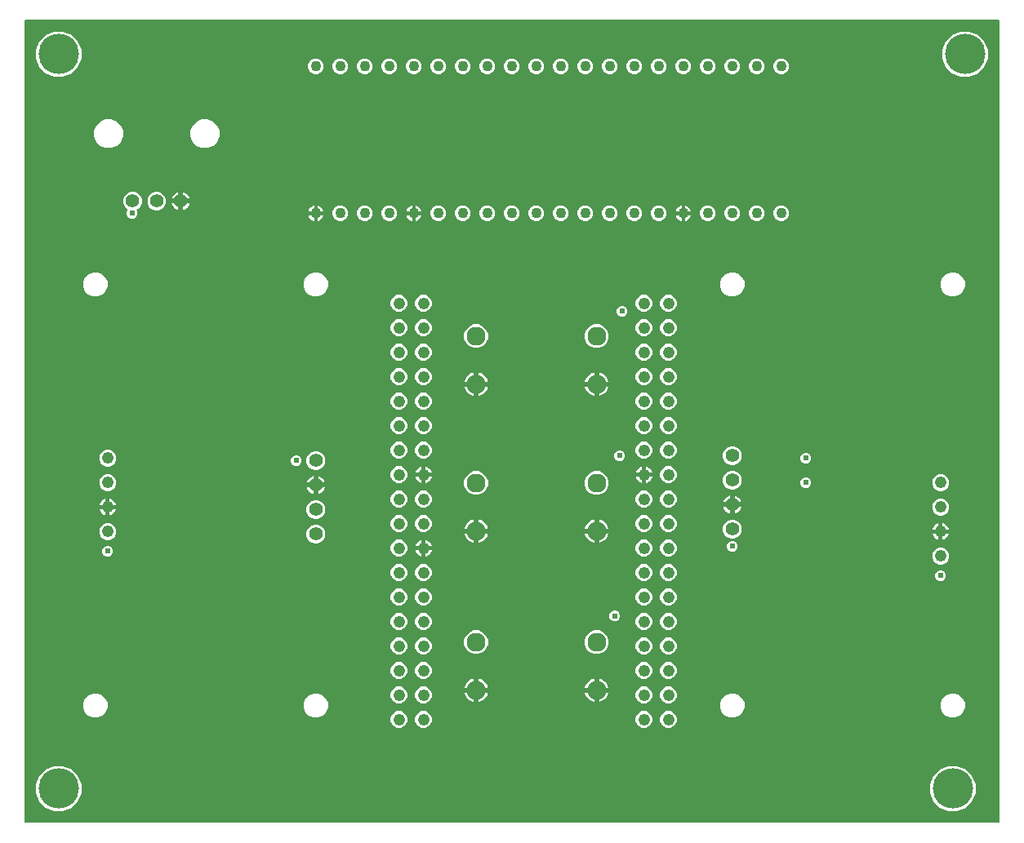
<source format=gbr>
G04 EAGLE Gerber RS-274X export*
G75*
%MOMM*%
%FSLAX34Y34*%
%LPD*%
%INCopper Layer 2*%
%IPPOS*%
%AMOC8*
5,1,8,0,0,1.08239X$1,22.5*%
G01*
%ADD10C,1.244600*%
%ADD11C,1.422400*%
%ADD12C,1.106000*%
%ADD13C,1.960000*%
%ADD14C,1.400000*%
%ADD15C,4.191000*%
%ADD16C,0.609600*%

G36*
X1012308Y2556D02*
X1012308Y2556D01*
X1012427Y2563D01*
X1012465Y2576D01*
X1012506Y2581D01*
X1012616Y2624D01*
X1012729Y2661D01*
X1012764Y2683D01*
X1012801Y2698D01*
X1012897Y2767D01*
X1012998Y2831D01*
X1013026Y2861D01*
X1013059Y2884D01*
X1013135Y2976D01*
X1013216Y3063D01*
X1013236Y3098D01*
X1013261Y3129D01*
X1013312Y3237D01*
X1013370Y3341D01*
X1013380Y3381D01*
X1013397Y3417D01*
X1013419Y3534D01*
X1013449Y3649D01*
X1013453Y3709D01*
X1013457Y3729D01*
X1013455Y3750D01*
X1013459Y3810D01*
X1013459Y834390D01*
X1013444Y834508D01*
X1013437Y834627D01*
X1013424Y834665D01*
X1013419Y834706D01*
X1013376Y834816D01*
X1013339Y834929D01*
X1013317Y834964D01*
X1013302Y835001D01*
X1013233Y835097D01*
X1013169Y835198D01*
X1013139Y835226D01*
X1013116Y835259D01*
X1013024Y835335D01*
X1012937Y835416D01*
X1012902Y835436D01*
X1012871Y835461D01*
X1012763Y835512D01*
X1012659Y835570D01*
X1012619Y835580D01*
X1012583Y835597D01*
X1012466Y835619D01*
X1012351Y835649D01*
X1012291Y835653D01*
X1012271Y835657D01*
X1012250Y835655D01*
X1012190Y835659D01*
X3810Y835659D01*
X3692Y835644D01*
X3573Y835637D01*
X3535Y835624D01*
X3494Y835619D01*
X3384Y835576D01*
X3271Y835539D01*
X3236Y835517D01*
X3199Y835502D01*
X3103Y835433D01*
X3002Y835369D01*
X2974Y835339D01*
X2941Y835316D01*
X2865Y835224D01*
X2784Y835137D01*
X2764Y835102D01*
X2739Y835071D01*
X2688Y834963D01*
X2630Y834859D01*
X2620Y834819D01*
X2603Y834783D01*
X2581Y834666D01*
X2551Y834551D01*
X2547Y834491D01*
X2543Y834471D01*
X2545Y834450D01*
X2541Y834390D01*
X2541Y3810D01*
X2556Y3692D01*
X2563Y3573D01*
X2576Y3535D01*
X2581Y3494D01*
X2624Y3384D01*
X2661Y3271D01*
X2683Y3236D01*
X2698Y3199D01*
X2767Y3103D01*
X2831Y3002D01*
X2861Y2974D01*
X2884Y2941D01*
X2976Y2865D01*
X3063Y2784D01*
X3098Y2764D01*
X3129Y2739D01*
X3237Y2688D01*
X3341Y2630D01*
X3381Y2620D01*
X3417Y2603D01*
X3534Y2581D01*
X3649Y2551D01*
X3709Y2547D01*
X3729Y2543D01*
X3750Y2545D01*
X3810Y2541D01*
X1012190Y2541D01*
X1012308Y2556D01*
G37*
%LPC*%
G36*
X973226Y776604D02*
X973226Y776604D01*
X964591Y780181D01*
X957981Y786791D01*
X954404Y795426D01*
X954404Y804774D01*
X957981Y813409D01*
X964591Y820019D01*
X973226Y823596D01*
X982574Y823596D01*
X991209Y820019D01*
X997819Y813409D01*
X1001396Y804774D01*
X1001396Y795426D01*
X997819Y786791D01*
X991209Y780181D01*
X982574Y776604D01*
X973226Y776604D01*
G37*
%LPD*%
%LPC*%
G36*
X33426Y776604D02*
X33426Y776604D01*
X24791Y780181D01*
X18181Y786791D01*
X14604Y795426D01*
X14604Y804774D01*
X18181Y813409D01*
X24791Y820019D01*
X33426Y823596D01*
X42774Y823596D01*
X51409Y820019D01*
X58019Y813409D01*
X61596Y804774D01*
X61596Y795426D01*
X58019Y786791D01*
X51409Y780181D01*
X42774Y776604D01*
X33426Y776604D01*
G37*
%LPD*%
%LPC*%
G36*
X960526Y14604D02*
X960526Y14604D01*
X951891Y18181D01*
X945281Y24791D01*
X941704Y33426D01*
X941704Y42774D01*
X945281Y51409D01*
X951891Y58019D01*
X960526Y61596D01*
X969874Y61596D01*
X978509Y58019D01*
X985119Y51409D01*
X988696Y42774D01*
X988696Y33426D01*
X985119Y24791D01*
X978509Y18181D01*
X969874Y14604D01*
X960526Y14604D01*
G37*
%LPD*%
%LPC*%
G36*
X33426Y14604D02*
X33426Y14604D01*
X24791Y18181D01*
X18181Y24791D01*
X14604Y33426D01*
X14604Y42774D01*
X18181Y51409D01*
X24791Y58019D01*
X33426Y61596D01*
X42774Y61596D01*
X51409Y58019D01*
X58019Y51409D01*
X61596Y42774D01*
X61596Y33426D01*
X58019Y24791D01*
X51409Y18181D01*
X42774Y14604D01*
X33426Y14604D01*
G37*
%LPD*%
%LPC*%
G36*
X186708Y702659D02*
X186708Y702659D01*
X181180Y704949D01*
X176949Y709180D01*
X174659Y714708D01*
X174659Y720692D01*
X176949Y726220D01*
X181180Y730451D01*
X186708Y732741D01*
X192692Y732741D01*
X198220Y730451D01*
X202451Y726220D01*
X204741Y720692D01*
X204741Y714708D01*
X202451Y709180D01*
X198220Y704949D01*
X192692Y702659D01*
X186708Y702659D01*
G37*
%LPD*%
%LPC*%
G36*
X86708Y702659D02*
X86708Y702659D01*
X81180Y704949D01*
X76949Y709180D01*
X74659Y714708D01*
X74659Y720692D01*
X76949Y726220D01*
X81180Y730451D01*
X86708Y732741D01*
X92692Y732741D01*
X98220Y730451D01*
X102451Y726220D01*
X104741Y720692D01*
X104741Y714708D01*
X102451Y709180D01*
X98220Y704949D01*
X92692Y702659D01*
X86708Y702659D01*
G37*
%LPD*%
%LPC*%
G36*
X962705Y548799D02*
X962705Y548799D01*
X958096Y550708D01*
X954568Y554236D01*
X952659Y558845D01*
X952659Y563835D01*
X954568Y568444D01*
X958096Y571972D01*
X962705Y573881D01*
X967695Y573881D01*
X972304Y571972D01*
X975832Y568444D01*
X977741Y563835D01*
X977741Y558845D01*
X975832Y554236D01*
X972304Y550708D01*
X967695Y548799D01*
X962705Y548799D01*
G37*
%LPD*%
%LPC*%
G36*
X734105Y548799D02*
X734105Y548799D01*
X729496Y550708D01*
X725968Y554236D01*
X724059Y558845D01*
X724059Y563835D01*
X725968Y568444D01*
X729496Y571972D01*
X734105Y573881D01*
X739095Y573881D01*
X743704Y571972D01*
X747232Y568444D01*
X749141Y563835D01*
X749141Y558845D01*
X747232Y554236D01*
X743704Y550708D01*
X739095Y548799D01*
X734105Y548799D01*
G37*
%LPD*%
%LPC*%
G36*
X302305Y548799D02*
X302305Y548799D01*
X297696Y550708D01*
X294168Y554236D01*
X292259Y558845D01*
X292259Y563835D01*
X294168Y568444D01*
X297696Y571972D01*
X302305Y573881D01*
X307295Y573881D01*
X311904Y571972D01*
X315432Y568444D01*
X317341Y563835D01*
X317341Y558845D01*
X315432Y554236D01*
X311904Y550708D01*
X307295Y548799D01*
X302305Y548799D01*
G37*
%LPD*%
%LPC*%
G36*
X73705Y548799D02*
X73705Y548799D01*
X69096Y550708D01*
X65568Y554236D01*
X63659Y558845D01*
X63659Y563835D01*
X65568Y568444D01*
X69096Y571972D01*
X73705Y573881D01*
X78695Y573881D01*
X83304Y571972D01*
X86832Y568444D01*
X88741Y563835D01*
X88741Y558845D01*
X86832Y554236D01*
X83304Y550708D01*
X78695Y548799D01*
X73705Y548799D01*
G37*
%LPD*%
%LPC*%
G36*
X73705Y111919D02*
X73705Y111919D01*
X69096Y113828D01*
X65568Y117356D01*
X63659Y121965D01*
X63659Y126955D01*
X65568Y131564D01*
X69096Y135092D01*
X73705Y137001D01*
X78695Y137001D01*
X83304Y135092D01*
X86832Y131564D01*
X88741Y126955D01*
X88741Y121965D01*
X86832Y117356D01*
X83304Y113828D01*
X78695Y111919D01*
X73705Y111919D01*
G37*
%LPD*%
%LPC*%
G36*
X302305Y111919D02*
X302305Y111919D01*
X297696Y113828D01*
X294168Y117356D01*
X292259Y121965D01*
X292259Y126955D01*
X294168Y131564D01*
X297696Y135092D01*
X302305Y137001D01*
X307295Y137001D01*
X311904Y135092D01*
X315432Y131564D01*
X317341Y126955D01*
X317341Y121965D01*
X315432Y117356D01*
X311904Y113828D01*
X307295Y111919D01*
X302305Y111919D01*
G37*
%LPD*%
%LPC*%
G36*
X734105Y111919D02*
X734105Y111919D01*
X729496Y113828D01*
X725968Y117356D01*
X724059Y121965D01*
X724059Y126955D01*
X725968Y131564D01*
X729496Y135092D01*
X734105Y137001D01*
X739095Y137001D01*
X743704Y135092D01*
X747232Y131564D01*
X749141Y126955D01*
X749141Y121965D01*
X747232Y117356D01*
X743704Y113828D01*
X739095Y111919D01*
X734105Y111919D01*
G37*
%LPD*%
%LPC*%
G36*
X962705Y111919D02*
X962705Y111919D01*
X958096Y113828D01*
X954568Y117356D01*
X952659Y121965D01*
X952659Y126955D01*
X954568Y131564D01*
X958096Y135092D01*
X962705Y137001D01*
X967695Y137001D01*
X972304Y135092D01*
X975832Y131564D01*
X977741Y126955D01*
X977741Y121965D01*
X975832Y117356D01*
X972304Y113828D01*
X967695Y111919D01*
X962705Y111919D01*
G37*
%LPD*%
%LPC*%
G36*
X593445Y495259D02*
X593445Y495259D01*
X588910Y497138D01*
X585438Y500610D01*
X583559Y505145D01*
X583559Y510055D01*
X585438Y514590D01*
X588910Y518062D01*
X593445Y519941D01*
X598355Y519941D01*
X602890Y518062D01*
X606362Y514590D01*
X608241Y510055D01*
X608241Y505145D01*
X606362Y500610D01*
X602890Y497138D01*
X598355Y495259D01*
X593445Y495259D01*
G37*
%LPD*%
%LPC*%
G36*
X468445Y495259D02*
X468445Y495259D01*
X463910Y497138D01*
X460438Y500610D01*
X458559Y505145D01*
X458559Y510055D01*
X460438Y514590D01*
X463910Y518062D01*
X468445Y519941D01*
X473355Y519941D01*
X477890Y518062D01*
X481362Y514590D01*
X483241Y510055D01*
X483241Y505145D01*
X481362Y500610D01*
X477890Y497138D01*
X473355Y495259D01*
X468445Y495259D01*
G37*
%LPD*%
%LPC*%
G36*
X468445Y177759D02*
X468445Y177759D01*
X463910Y179638D01*
X460438Y183110D01*
X458559Y187645D01*
X458559Y192555D01*
X460438Y197090D01*
X463910Y200562D01*
X468445Y202441D01*
X473355Y202441D01*
X477890Y200562D01*
X481362Y197090D01*
X483241Y192555D01*
X483241Y187645D01*
X481362Y183110D01*
X477890Y179638D01*
X473355Y177759D01*
X468445Y177759D01*
G37*
%LPD*%
%LPC*%
G36*
X593445Y177759D02*
X593445Y177759D01*
X588910Y179638D01*
X585438Y183110D01*
X583559Y187645D01*
X583559Y192555D01*
X585438Y197090D01*
X588910Y200562D01*
X593445Y202441D01*
X598355Y202441D01*
X602890Y200562D01*
X606362Y197090D01*
X608241Y192555D01*
X608241Y187645D01*
X606362Y183110D01*
X602890Y179638D01*
X598355Y177759D01*
X593445Y177759D01*
G37*
%LPD*%
%LPC*%
G36*
X593445Y342859D02*
X593445Y342859D01*
X588910Y344738D01*
X585438Y348210D01*
X583559Y352745D01*
X583559Y357655D01*
X585438Y362190D01*
X588910Y365662D01*
X593445Y367541D01*
X598355Y367541D01*
X602890Y365662D01*
X606362Y362190D01*
X608241Y357655D01*
X608241Y352745D01*
X606362Y348210D01*
X602890Y344738D01*
X598355Y342859D01*
X593445Y342859D01*
G37*
%LPD*%
%LPC*%
G36*
X468445Y342859D02*
X468445Y342859D01*
X463910Y344738D01*
X460438Y348210D01*
X458559Y352745D01*
X458559Y357655D01*
X460438Y362190D01*
X463910Y365662D01*
X468445Y367541D01*
X473355Y367541D01*
X477890Y365662D01*
X481362Y362190D01*
X483241Y357655D01*
X483241Y352745D01*
X481362Y348210D01*
X477890Y344738D01*
X473355Y342859D01*
X468445Y342859D01*
G37*
%LPD*%
%LPC*%
G36*
X113188Y629411D02*
X113188Y629411D01*
X111134Y630262D01*
X109562Y631834D01*
X108711Y633888D01*
X108711Y636112D01*
X109583Y638216D01*
X109591Y638245D01*
X109604Y638271D01*
X109633Y638398D01*
X109667Y638523D01*
X109667Y638553D01*
X109674Y638581D01*
X109670Y638711D01*
X109672Y638841D01*
X109665Y638870D01*
X109664Y638899D01*
X109628Y639024D01*
X109598Y639150D01*
X109584Y639176D01*
X109576Y639205D01*
X109510Y639316D01*
X109449Y639431D01*
X109429Y639453D01*
X109414Y639479D01*
X109308Y639600D01*
X106612Y642296D01*
X105159Y645802D01*
X105159Y649598D01*
X106612Y653104D01*
X109296Y655788D01*
X112802Y657241D01*
X116598Y657241D01*
X120104Y655788D01*
X122788Y653104D01*
X124241Y649598D01*
X124241Y645802D01*
X122788Y642296D01*
X120104Y639612D01*
X119855Y639509D01*
X119752Y639450D01*
X119645Y639397D01*
X119614Y639371D01*
X119579Y639351D01*
X119494Y639268D01*
X119403Y639191D01*
X119380Y639158D01*
X119351Y639130D01*
X119289Y639028D01*
X119220Y638931D01*
X119206Y638893D01*
X119185Y638859D01*
X119150Y638745D01*
X119107Y638634D01*
X119103Y638593D01*
X119091Y638555D01*
X119085Y638436D01*
X119072Y638318D01*
X119078Y638277D01*
X119076Y638237D01*
X119100Y638121D01*
X119117Y638003D01*
X119136Y637946D01*
X119140Y637926D01*
X119149Y637907D01*
X119169Y637850D01*
X119889Y636112D01*
X119889Y633888D01*
X119038Y631834D01*
X117466Y630262D01*
X115412Y629411D01*
X113188Y629411D01*
G37*
%LPD*%
%LPC*%
G36*
X734680Y297687D02*
X734680Y297687D01*
X731132Y299157D01*
X728417Y301872D01*
X726947Y305420D01*
X726947Y309260D01*
X728417Y312808D01*
X731132Y315523D01*
X734680Y316993D01*
X738520Y316993D01*
X742068Y315523D01*
X744783Y312808D01*
X746253Y309260D01*
X746253Y305420D01*
X744783Y301872D01*
X742068Y299157D01*
X738520Y297687D01*
X734680Y297687D01*
G37*
%LPD*%
%LPC*%
G36*
X302880Y368807D02*
X302880Y368807D01*
X299332Y370277D01*
X296617Y372992D01*
X295147Y376540D01*
X295147Y380380D01*
X296617Y383928D01*
X299332Y386643D01*
X302880Y388113D01*
X306720Y388113D01*
X310268Y386643D01*
X312983Y383928D01*
X314453Y380380D01*
X314453Y376540D01*
X312983Y372992D01*
X310268Y370277D01*
X306720Y368807D01*
X302880Y368807D01*
G37*
%LPD*%
%LPC*%
G36*
X734680Y373887D02*
X734680Y373887D01*
X731132Y375357D01*
X728417Y378072D01*
X726947Y381620D01*
X726947Y385460D01*
X728417Y389008D01*
X731132Y391723D01*
X734680Y393193D01*
X738520Y393193D01*
X742068Y391723D01*
X744783Y389008D01*
X746253Y385460D01*
X746253Y381620D01*
X744783Y378072D01*
X742068Y375357D01*
X738520Y373887D01*
X734680Y373887D01*
G37*
%LPD*%
%LPC*%
G36*
X734680Y348487D02*
X734680Y348487D01*
X731132Y349957D01*
X728417Y352672D01*
X726947Y356220D01*
X726947Y360060D01*
X728417Y363608D01*
X731132Y366323D01*
X734680Y367793D01*
X738520Y367793D01*
X742068Y366323D01*
X744783Y363608D01*
X746253Y360060D01*
X746253Y356220D01*
X744783Y352672D01*
X742068Y349957D01*
X738520Y348487D01*
X734680Y348487D01*
G37*
%LPD*%
%LPC*%
G36*
X302880Y318007D02*
X302880Y318007D01*
X299332Y319477D01*
X296617Y322192D01*
X295147Y325740D01*
X295147Y329580D01*
X296617Y333128D01*
X299332Y335843D01*
X302880Y337313D01*
X306720Y337313D01*
X310268Y335843D01*
X312983Y333128D01*
X314453Y329580D01*
X314453Y325740D01*
X312983Y322192D01*
X310268Y319477D01*
X306720Y318007D01*
X302880Y318007D01*
G37*
%LPD*%
%LPC*%
G36*
X302880Y292607D02*
X302880Y292607D01*
X299332Y294077D01*
X296617Y296792D01*
X295147Y300340D01*
X295147Y304180D01*
X296617Y307728D01*
X299332Y310443D01*
X302880Y311913D01*
X306720Y311913D01*
X310268Y310443D01*
X312983Y307728D01*
X314453Y304180D01*
X314453Y300340D01*
X312983Y296792D01*
X310268Y294077D01*
X306720Y292607D01*
X302880Y292607D01*
G37*
%LPD*%
%LPC*%
G36*
X137802Y638159D02*
X137802Y638159D01*
X134296Y639612D01*
X131612Y642296D01*
X130159Y645802D01*
X130159Y649598D01*
X131612Y653104D01*
X134296Y655788D01*
X137802Y657241D01*
X141598Y657241D01*
X145104Y655788D01*
X147788Y653104D01*
X149241Y649598D01*
X149241Y645802D01*
X147788Y642296D01*
X145104Y639612D01*
X141598Y638159D01*
X137802Y638159D01*
G37*
%LPD*%
%LPC*%
G36*
X643157Y253536D02*
X643157Y253536D01*
X639936Y254870D01*
X637470Y257336D01*
X636136Y260557D01*
X636136Y264043D01*
X637470Y267264D01*
X639936Y269730D01*
X643157Y271064D01*
X646643Y271064D01*
X649864Y269730D01*
X652330Y267264D01*
X653664Y264043D01*
X653664Y260557D01*
X652330Y257336D01*
X649864Y254870D01*
X646643Y253536D01*
X643157Y253536D01*
G37*
%LPD*%
%LPC*%
G36*
X414557Y253536D02*
X414557Y253536D01*
X411336Y254870D01*
X408870Y257336D01*
X407536Y260557D01*
X407536Y264043D01*
X408870Y267264D01*
X411336Y269730D01*
X414557Y271064D01*
X418043Y271064D01*
X421264Y269730D01*
X423730Y267264D01*
X425064Y264043D01*
X425064Y260557D01*
X423730Y257336D01*
X421264Y254870D01*
X418043Y253536D01*
X414557Y253536D01*
G37*
%LPD*%
%LPC*%
G36*
X389157Y253536D02*
X389157Y253536D01*
X385936Y254870D01*
X383470Y257336D01*
X382136Y260557D01*
X382136Y264043D01*
X383470Y267264D01*
X385936Y269730D01*
X389157Y271064D01*
X392643Y271064D01*
X395864Y269730D01*
X398330Y267264D01*
X399664Y264043D01*
X399664Y260557D01*
X398330Y257336D01*
X395864Y254870D01*
X392643Y253536D01*
X389157Y253536D01*
G37*
%LPD*%
%LPC*%
G36*
X668557Y228136D02*
X668557Y228136D01*
X665336Y229470D01*
X662870Y231936D01*
X661536Y235157D01*
X661536Y238643D01*
X662870Y241864D01*
X665336Y244330D01*
X668557Y245664D01*
X672043Y245664D01*
X675264Y244330D01*
X677730Y241864D01*
X679064Y238643D01*
X679064Y235157D01*
X677730Y231936D01*
X675264Y229470D01*
X672043Y228136D01*
X668557Y228136D01*
G37*
%LPD*%
%LPC*%
G36*
X643157Y228136D02*
X643157Y228136D01*
X639936Y229470D01*
X637470Y231936D01*
X636136Y235157D01*
X636136Y238643D01*
X637470Y241864D01*
X639936Y244330D01*
X643157Y245664D01*
X646643Y245664D01*
X649864Y244330D01*
X652330Y241864D01*
X653664Y238643D01*
X653664Y235157D01*
X652330Y231936D01*
X649864Y229470D01*
X646643Y228136D01*
X643157Y228136D01*
G37*
%LPD*%
%LPC*%
G36*
X414557Y228136D02*
X414557Y228136D01*
X411336Y229470D01*
X408870Y231936D01*
X407536Y235157D01*
X407536Y238643D01*
X408870Y241864D01*
X411336Y244330D01*
X414557Y245664D01*
X418043Y245664D01*
X421264Y244330D01*
X423730Y241864D01*
X425064Y238643D01*
X425064Y235157D01*
X423730Y231936D01*
X421264Y229470D01*
X418043Y228136D01*
X414557Y228136D01*
G37*
%LPD*%
%LPC*%
G36*
X389157Y228136D02*
X389157Y228136D01*
X385936Y229470D01*
X383470Y231936D01*
X382136Y235157D01*
X382136Y238643D01*
X383470Y241864D01*
X385936Y244330D01*
X389157Y245664D01*
X392643Y245664D01*
X395864Y244330D01*
X398330Y241864D01*
X399664Y238643D01*
X399664Y235157D01*
X398330Y231936D01*
X395864Y229470D01*
X392643Y228136D01*
X389157Y228136D01*
G37*
%LPD*%
%LPC*%
G36*
X668557Y202736D02*
X668557Y202736D01*
X665336Y204070D01*
X662870Y206536D01*
X661536Y209757D01*
X661536Y213243D01*
X662870Y216464D01*
X665336Y218930D01*
X668557Y220264D01*
X672043Y220264D01*
X675264Y218930D01*
X677730Y216464D01*
X679064Y213243D01*
X679064Y209757D01*
X677730Y206536D01*
X675264Y204070D01*
X672043Y202736D01*
X668557Y202736D01*
G37*
%LPD*%
%LPC*%
G36*
X643157Y202736D02*
X643157Y202736D01*
X639936Y204070D01*
X637470Y206536D01*
X636136Y209757D01*
X636136Y213243D01*
X637470Y216464D01*
X639936Y218930D01*
X643157Y220264D01*
X646643Y220264D01*
X649864Y218930D01*
X652330Y216464D01*
X653664Y213243D01*
X653664Y209757D01*
X652330Y206536D01*
X649864Y204070D01*
X646643Y202736D01*
X643157Y202736D01*
G37*
%LPD*%
%LPC*%
G36*
X414557Y202736D02*
X414557Y202736D01*
X411336Y204070D01*
X408870Y206536D01*
X407536Y209757D01*
X407536Y213243D01*
X408870Y216464D01*
X411336Y218930D01*
X414557Y220264D01*
X418043Y220264D01*
X421264Y218930D01*
X423730Y216464D01*
X425064Y213243D01*
X425064Y209757D01*
X423730Y206536D01*
X421264Y204070D01*
X418043Y202736D01*
X414557Y202736D01*
G37*
%LPD*%
%LPC*%
G36*
X389157Y202736D02*
X389157Y202736D01*
X385936Y204070D01*
X383470Y206536D01*
X382136Y209757D01*
X382136Y213243D01*
X383470Y216464D01*
X385936Y218930D01*
X389157Y220264D01*
X392643Y220264D01*
X395864Y218930D01*
X398330Y216464D01*
X399664Y213243D01*
X399664Y209757D01*
X398330Y206536D01*
X395864Y204070D01*
X392643Y202736D01*
X389157Y202736D01*
G37*
%LPD*%
%LPC*%
G36*
X414557Y177336D02*
X414557Y177336D01*
X411336Y178670D01*
X408870Y181136D01*
X407536Y184357D01*
X407536Y187843D01*
X408870Y191064D01*
X411336Y193530D01*
X414557Y194864D01*
X418043Y194864D01*
X421264Y193530D01*
X423730Y191064D01*
X425064Y187843D01*
X425064Y184357D01*
X423730Y181136D01*
X421264Y178670D01*
X418043Y177336D01*
X414557Y177336D01*
G37*
%LPD*%
%LPC*%
G36*
X389157Y177336D02*
X389157Y177336D01*
X385936Y178670D01*
X383470Y181136D01*
X382136Y184357D01*
X382136Y187843D01*
X383470Y191064D01*
X385936Y193530D01*
X389157Y194864D01*
X392643Y194864D01*
X395864Y193530D01*
X398330Y191064D01*
X399664Y187843D01*
X399664Y184357D01*
X398330Y181136D01*
X395864Y178670D01*
X392643Y177336D01*
X389157Y177336D01*
G37*
%LPD*%
%LPC*%
G36*
X414557Y151936D02*
X414557Y151936D01*
X411336Y153270D01*
X408870Y155736D01*
X407536Y158957D01*
X407536Y162443D01*
X408870Y165664D01*
X411336Y168130D01*
X414557Y169464D01*
X418043Y169464D01*
X421264Y168130D01*
X423730Y165664D01*
X425064Y162443D01*
X425064Y158957D01*
X423730Y155736D01*
X421264Y153270D01*
X418043Y151936D01*
X414557Y151936D01*
G37*
%LPD*%
%LPC*%
G36*
X389157Y151936D02*
X389157Y151936D01*
X385936Y153270D01*
X383470Y155736D01*
X382136Y158957D01*
X382136Y162443D01*
X383470Y165664D01*
X385936Y168130D01*
X389157Y169464D01*
X392643Y169464D01*
X395864Y168130D01*
X398330Y165664D01*
X399664Y162443D01*
X399664Y158957D01*
X398330Y155736D01*
X395864Y153270D01*
X392643Y151936D01*
X389157Y151936D01*
G37*
%LPD*%
%LPC*%
G36*
X668557Y482136D02*
X668557Y482136D01*
X665336Y483470D01*
X662870Y485936D01*
X661536Y489157D01*
X661536Y492643D01*
X662870Y495864D01*
X665336Y498330D01*
X668557Y499664D01*
X672043Y499664D01*
X675264Y498330D01*
X677730Y495864D01*
X679064Y492643D01*
X679064Y489157D01*
X677730Y485936D01*
X675264Y483470D01*
X672043Y482136D01*
X668557Y482136D01*
G37*
%LPD*%
%LPC*%
G36*
X668557Y151936D02*
X668557Y151936D01*
X665336Y153270D01*
X662870Y155736D01*
X661536Y158957D01*
X661536Y162443D01*
X662870Y165664D01*
X665336Y168130D01*
X668557Y169464D01*
X672043Y169464D01*
X675264Y168130D01*
X677730Y165664D01*
X679064Y162443D01*
X679064Y158957D01*
X677730Y155736D01*
X675264Y153270D01*
X672043Y151936D01*
X668557Y151936D01*
G37*
%LPD*%
%LPC*%
G36*
X643157Y151936D02*
X643157Y151936D01*
X639936Y153270D01*
X637470Y155736D01*
X636136Y158957D01*
X636136Y162443D01*
X637470Y165664D01*
X639936Y168130D01*
X643157Y169464D01*
X646643Y169464D01*
X649864Y168130D01*
X652330Y165664D01*
X653664Y162443D01*
X653664Y158957D01*
X652330Y155736D01*
X649864Y153270D01*
X646643Y151936D01*
X643157Y151936D01*
G37*
%LPD*%
%LPC*%
G36*
X668557Y126536D02*
X668557Y126536D01*
X665336Y127870D01*
X662870Y130336D01*
X661536Y133557D01*
X661536Y137043D01*
X662870Y140264D01*
X665336Y142730D01*
X668557Y144064D01*
X672043Y144064D01*
X675264Y142730D01*
X677730Y140264D01*
X679064Y137043D01*
X679064Y133557D01*
X677730Y130336D01*
X675264Y127870D01*
X672043Y126536D01*
X668557Y126536D01*
G37*
%LPD*%
%LPC*%
G36*
X643157Y126536D02*
X643157Y126536D01*
X639936Y127870D01*
X637470Y130336D01*
X636136Y133557D01*
X636136Y137043D01*
X637470Y140264D01*
X639936Y142730D01*
X643157Y144064D01*
X646643Y144064D01*
X649864Y142730D01*
X652330Y140264D01*
X653664Y137043D01*
X653664Y133557D01*
X652330Y130336D01*
X649864Y127870D01*
X646643Y126536D01*
X643157Y126536D01*
G37*
%LPD*%
%LPC*%
G36*
X414557Y126536D02*
X414557Y126536D01*
X411336Y127870D01*
X408870Y130336D01*
X407536Y133557D01*
X407536Y137043D01*
X408870Y140264D01*
X411336Y142730D01*
X414557Y144064D01*
X418043Y144064D01*
X421264Y142730D01*
X423730Y140264D01*
X425064Y137043D01*
X425064Y133557D01*
X423730Y130336D01*
X421264Y127870D01*
X418043Y126536D01*
X414557Y126536D01*
G37*
%LPD*%
%LPC*%
G36*
X389157Y278936D02*
X389157Y278936D01*
X385936Y280270D01*
X383470Y282736D01*
X382136Y285957D01*
X382136Y289443D01*
X383470Y292664D01*
X385936Y295130D01*
X389157Y296464D01*
X392643Y296464D01*
X395864Y295130D01*
X398330Y292664D01*
X399664Y289443D01*
X399664Y285957D01*
X398330Y282736D01*
X395864Y280270D01*
X392643Y278936D01*
X389157Y278936D01*
G37*
%LPD*%
%LPC*%
G36*
X389157Y126536D02*
X389157Y126536D01*
X385936Y127870D01*
X383470Y130336D01*
X382136Y133557D01*
X382136Y137043D01*
X383470Y140264D01*
X385936Y142730D01*
X389157Y144064D01*
X392643Y144064D01*
X395864Y142730D01*
X398330Y140264D01*
X399664Y137043D01*
X399664Y133557D01*
X398330Y130336D01*
X395864Y127870D01*
X392643Y126536D01*
X389157Y126536D01*
G37*
%LPD*%
%LPC*%
G36*
X668557Y278936D02*
X668557Y278936D01*
X665336Y280270D01*
X662870Y282736D01*
X661536Y285957D01*
X661536Y289443D01*
X662870Y292664D01*
X665336Y295130D01*
X668557Y296464D01*
X672043Y296464D01*
X675264Y295130D01*
X677730Y292664D01*
X679064Y289443D01*
X679064Y285957D01*
X677730Y282736D01*
X675264Y280270D01*
X672043Y278936D01*
X668557Y278936D01*
G37*
%LPD*%
%LPC*%
G36*
X668557Y101136D02*
X668557Y101136D01*
X665336Y102470D01*
X662870Y104936D01*
X661536Y108157D01*
X661536Y111643D01*
X662870Y114864D01*
X665336Y117330D01*
X668557Y118664D01*
X672043Y118664D01*
X675264Y117330D01*
X677730Y114864D01*
X679064Y111643D01*
X679064Y108157D01*
X677730Y104936D01*
X675264Y102470D01*
X672043Y101136D01*
X668557Y101136D01*
G37*
%LPD*%
%LPC*%
G36*
X643157Y101136D02*
X643157Y101136D01*
X639936Y102470D01*
X637470Y104936D01*
X636136Y108157D01*
X636136Y111643D01*
X637470Y114864D01*
X639936Y117330D01*
X643157Y118664D01*
X646643Y118664D01*
X649864Y117330D01*
X652330Y114864D01*
X653664Y111643D01*
X653664Y108157D01*
X652330Y104936D01*
X649864Y102470D01*
X646643Y101136D01*
X643157Y101136D01*
G37*
%LPD*%
%LPC*%
G36*
X414557Y101136D02*
X414557Y101136D01*
X411336Y102470D01*
X408870Y104936D01*
X407536Y108157D01*
X407536Y111643D01*
X408870Y114864D01*
X411336Y117330D01*
X414557Y118664D01*
X418043Y118664D01*
X421264Y117330D01*
X423730Y114864D01*
X425064Y111643D01*
X425064Y108157D01*
X423730Y104936D01*
X421264Y102470D01*
X418043Y101136D01*
X414557Y101136D01*
G37*
%LPD*%
%LPC*%
G36*
X389157Y101136D02*
X389157Y101136D01*
X385936Y102470D01*
X383470Y104936D01*
X382136Y108157D01*
X382136Y111643D01*
X383470Y114864D01*
X385936Y117330D01*
X389157Y118664D01*
X392643Y118664D01*
X395864Y117330D01*
X398330Y114864D01*
X399664Y111643D01*
X399664Y108157D01*
X398330Y104936D01*
X395864Y102470D01*
X392643Y101136D01*
X389157Y101136D01*
G37*
%LPD*%
%LPC*%
G36*
X643157Y177336D02*
X643157Y177336D01*
X639936Y178670D01*
X637470Y181136D01*
X636136Y184357D01*
X636136Y187843D01*
X637470Y191064D01*
X639936Y193530D01*
X643157Y194864D01*
X646643Y194864D01*
X649864Y193530D01*
X652330Y191064D01*
X653664Y187843D01*
X653664Y184357D01*
X652330Y181136D01*
X649864Y178670D01*
X646643Y177336D01*
X643157Y177336D01*
G37*
%LPD*%
%LPC*%
G36*
X643157Y278936D02*
X643157Y278936D01*
X639936Y280270D01*
X637470Y282736D01*
X636136Y285957D01*
X636136Y289443D01*
X637470Y292664D01*
X639936Y295130D01*
X643157Y296464D01*
X646643Y296464D01*
X649864Y295130D01*
X652330Y292664D01*
X653664Y289443D01*
X653664Y285957D01*
X652330Y282736D01*
X649864Y280270D01*
X646643Y278936D01*
X643157Y278936D01*
G37*
%LPD*%
%LPC*%
G36*
X87157Y296036D02*
X87157Y296036D01*
X83936Y297370D01*
X81470Y299836D01*
X80136Y303057D01*
X80136Y306543D01*
X81470Y309764D01*
X83936Y312230D01*
X87157Y313564D01*
X90643Y313564D01*
X93864Y312230D01*
X96330Y309764D01*
X97664Y306543D01*
X97664Y303057D01*
X96330Y299836D01*
X93864Y297370D01*
X90643Y296036D01*
X87157Y296036D01*
G37*
%LPD*%
%LPC*%
G36*
X389157Y304336D02*
X389157Y304336D01*
X385936Y305670D01*
X383470Y308136D01*
X382136Y311357D01*
X382136Y314843D01*
X383470Y318064D01*
X385936Y320530D01*
X389157Y321864D01*
X392643Y321864D01*
X395864Y320530D01*
X398330Y318064D01*
X399664Y314843D01*
X399664Y311357D01*
X398330Y308136D01*
X395864Y305670D01*
X392643Y304336D01*
X389157Y304336D01*
G37*
%LPD*%
%LPC*%
G36*
X414557Y304336D02*
X414557Y304336D01*
X411336Y305670D01*
X408870Y308136D01*
X407536Y311357D01*
X407536Y314843D01*
X408870Y318064D01*
X411336Y320530D01*
X414557Y321864D01*
X418043Y321864D01*
X421264Y320530D01*
X423730Y318064D01*
X425064Y314843D01*
X425064Y311357D01*
X423730Y308136D01*
X421264Y305670D01*
X418043Y304336D01*
X414557Y304336D01*
G37*
%LPD*%
%LPC*%
G36*
X643157Y304336D02*
X643157Y304336D01*
X639936Y305670D01*
X637470Y308136D01*
X636136Y311357D01*
X636136Y314843D01*
X637470Y318064D01*
X639936Y320530D01*
X643157Y321864D01*
X646643Y321864D01*
X649864Y320530D01*
X652330Y318064D01*
X653664Y314843D01*
X653664Y311357D01*
X652330Y308136D01*
X649864Y305670D01*
X646643Y304336D01*
X643157Y304336D01*
G37*
%LPD*%
%LPC*%
G36*
X668557Y304336D02*
X668557Y304336D01*
X665336Y305670D01*
X662870Y308136D01*
X661536Y311357D01*
X661536Y314843D01*
X662870Y318064D01*
X665336Y320530D01*
X668557Y321864D01*
X672043Y321864D01*
X675264Y320530D01*
X677730Y318064D01*
X679064Y314843D01*
X679064Y311357D01*
X677730Y308136D01*
X675264Y305670D01*
X672043Y304336D01*
X668557Y304336D01*
G37*
%LPD*%
%LPC*%
G36*
X950757Y321436D02*
X950757Y321436D01*
X947536Y322770D01*
X945070Y325236D01*
X943736Y328457D01*
X943736Y331943D01*
X945070Y335164D01*
X947536Y337630D01*
X950757Y338964D01*
X954243Y338964D01*
X957464Y337630D01*
X959930Y335164D01*
X961264Y331943D01*
X961264Y328457D01*
X959930Y325236D01*
X957464Y322770D01*
X954243Y321436D01*
X950757Y321436D01*
G37*
%LPD*%
%LPC*%
G36*
X389157Y329736D02*
X389157Y329736D01*
X385936Y331070D01*
X383470Y333536D01*
X382136Y336757D01*
X382136Y340243D01*
X383470Y343464D01*
X385936Y345930D01*
X389157Y347264D01*
X392643Y347264D01*
X395864Y345930D01*
X398330Y343464D01*
X399664Y340243D01*
X399664Y336757D01*
X398330Y333536D01*
X395864Y331070D01*
X392643Y329736D01*
X389157Y329736D01*
G37*
%LPD*%
%LPC*%
G36*
X414557Y329736D02*
X414557Y329736D01*
X411336Y331070D01*
X408870Y333536D01*
X407536Y336757D01*
X407536Y340243D01*
X408870Y343464D01*
X411336Y345930D01*
X414557Y347264D01*
X418043Y347264D01*
X421264Y345930D01*
X423730Y343464D01*
X425064Y340243D01*
X425064Y336757D01*
X423730Y333536D01*
X421264Y331070D01*
X418043Y329736D01*
X414557Y329736D01*
G37*
%LPD*%
%LPC*%
G36*
X668557Y532936D02*
X668557Y532936D01*
X665336Y534270D01*
X662870Y536736D01*
X661536Y539957D01*
X661536Y543443D01*
X662870Y546664D01*
X665336Y549130D01*
X668557Y550464D01*
X672043Y550464D01*
X675264Y549130D01*
X677730Y546664D01*
X679064Y543443D01*
X679064Y539957D01*
X677730Y536736D01*
X675264Y534270D01*
X672043Y532936D01*
X668557Y532936D01*
G37*
%LPD*%
%LPC*%
G36*
X643157Y532936D02*
X643157Y532936D01*
X639936Y534270D01*
X637470Y536736D01*
X636136Y539957D01*
X636136Y543443D01*
X637470Y546664D01*
X639936Y549130D01*
X643157Y550464D01*
X646643Y550464D01*
X649864Y549130D01*
X652330Y546664D01*
X653664Y543443D01*
X653664Y539957D01*
X652330Y536736D01*
X649864Y534270D01*
X646643Y532936D01*
X643157Y532936D01*
G37*
%LPD*%
%LPC*%
G36*
X414557Y532936D02*
X414557Y532936D01*
X411336Y534270D01*
X408870Y536736D01*
X407536Y539957D01*
X407536Y543443D01*
X408870Y546664D01*
X411336Y549130D01*
X414557Y550464D01*
X418043Y550464D01*
X421264Y549130D01*
X423730Y546664D01*
X425064Y543443D01*
X425064Y539957D01*
X423730Y536736D01*
X421264Y534270D01*
X418043Y532936D01*
X414557Y532936D01*
G37*
%LPD*%
%LPC*%
G36*
X389157Y532936D02*
X389157Y532936D01*
X385936Y534270D01*
X383470Y536736D01*
X382136Y539957D01*
X382136Y543443D01*
X383470Y546664D01*
X385936Y549130D01*
X389157Y550464D01*
X392643Y550464D01*
X395864Y549130D01*
X398330Y546664D01*
X399664Y543443D01*
X399664Y539957D01*
X398330Y536736D01*
X395864Y534270D01*
X392643Y532936D01*
X389157Y532936D01*
G37*
%LPD*%
%LPC*%
G36*
X643157Y507536D02*
X643157Y507536D01*
X639936Y508870D01*
X637470Y511336D01*
X636136Y514557D01*
X636136Y518043D01*
X637470Y521264D01*
X639936Y523730D01*
X643157Y525064D01*
X646643Y525064D01*
X649864Y523730D01*
X652330Y521264D01*
X653664Y518043D01*
X653664Y514557D01*
X652330Y511336D01*
X649864Y508870D01*
X646643Y507536D01*
X643157Y507536D01*
G37*
%LPD*%
%LPC*%
G36*
X414557Y507536D02*
X414557Y507536D01*
X411336Y508870D01*
X408870Y511336D01*
X407536Y514557D01*
X407536Y518043D01*
X408870Y521264D01*
X411336Y523730D01*
X414557Y525064D01*
X418043Y525064D01*
X421264Y523730D01*
X423730Y521264D01*
X425064Y518043D01*
X425064Y514557D01*
X423730Y511336D01*
X421264Y508870D01*
X418043Y507536D01*
X414557Y507536D01*
G37*
%LPD*%
%LPC*%
G36*
X668557Y507536D02*
X668557Y507536D01*
X665336Y508870D01*
X662870Y511336D01*
X661536Y514557D01*
X661536Y518043D01*
X662870Y521264D01*
X665336Y523730D01*
X668557Y525064D01*
X672043Y525064D01*
X675264Y523730D01*
X677730Y521264D01*
X679064Y518043D01*
X679064Y514557D01*
X677730Y511336D01*
X675264Y508870D01*
X672043Y507536D01*
X668557Y507536D01*
G37*
%LPD*%
%LPC*%
G36*
X389157Y507536D02*
X389157Y507536D01*
X385936Y508870D01*
X383470Y511336D01*
X382136Y514557D01*
X382136Y518043D01*
X383470Y521264D01*
X385936Y523730D01*
X389157Y525064D01*
X392643Y525064D01*
X395864Y523730D01*
X398330Y521264D01*
X399664Y518043D01*
X399664Y514557D01*
X398330Y511336D01*
X395864Y508870D01*
X392643Y507536D01*
X389157Y507536D01*
G37*
%LPD*%
%LPC*%
G36*
X668557Y177336D02*
X668557Y177336D01*
X665336Y178670D01*
X662870Y181136D01*
X661536Y184357D01*
X661536Y187843D01*
X662870Y191064D01*
X665336Y193530D01*
X668557Y194864D01*
X672043Y194864D01*
X675264Y193530D01*
X677730Y191064D01*
X679064Y187843D01*
X679064Y184357D01*
X677730Y181136D01*
X675264Y178670D01*
X672043Y177336D01*
X668557Y177336D01*
G37*
%LPD*%
%LPC*%
G36*
X643157Y482136D02*
X643157Y482136D01*
X639936Y483470D01*
X637470Y485936D01*
X636136Y489157D01*
X636136Y492643D01*
X637470Y495864D01*
X639936Y498330D01*
X643157Y499664D01*
X646643Y499664D01*
X649864Y498330D01*
X652330Y495864D01*
X653664Y492643D01*
X653664Y489157D01*
X652330Y485936D01*
X649864Y483470D01*
X646643Y482136D01*
X643157Y482136D01*
G37*
%LPD*%
%LPC*%
G36*
X414557Y482136D02*
X414557Y482136D01*
X411336Y483470D01*
X408870Y485936D01*
X407536Y489157D01*
X407536Y492643D01*
X408870Y495864D01*
X411336Y498330D01*
X414557Y499664D01*
X418043Y499664D01*
X421264Y498330D01*
X423730Y495864D01*
X425064Y492643D01*
X425064Y489157D01*
X423730Y485936D01*
X421264Y483470D01*
X418043Y482136D01*
X414557Y482136D01*
G37*
%LPD*%
%LPC*%
G36*
X389157Y482136D02*
X389157Y482136D01*
X385936Y483470D01*
X383470Y485936D01*
X382136Y489157D01*
X382136Y492643D01*
X383470Y495864D01*
X385936Y498330D01*
X389157Y499664D01*
X392643Y499664D01*
X395864Y498330D01*
X398330Y495864D01*
X399664Y492643D01*
X399664Y489157D01*
X398330Y485936D01*
X395864Y483470D01*
X392643Y482136D01*
X389157Y482136D01*
G37*
%LPD*%
%LPC*%
G36*
X414557Y456736D02*
X414557Y456736D01*
X411336Y458070D01*
X408870Y460536D01*
X407536Y463757D01*
X407536Y467243D01*
X408870Y470464D01*
X411336Y472930D01*
X414557Y474264D01*
X418043Y474264D01*
X421264Y472930D01*
X423730Y470464D01*
X425064Y467243D01*
X425064Y463757D01*
X423730Y460536D01*
X421264Y458070D01*
X418043Y456736D01*
X414557Y456736D01*
G37*
%LPD*%
%LPC*%
G36*
X389157Y456736D02*
X389157Y456736D01*
X385936Y458070D01*
X383470Y460536D01*
X382136Y463757D01*
X382136Y467243D01*
X383470Y470464D01*
X385936Y472930D01*
X389157Y474264D01*
X392643Y474264D01*
X395864Y472930D01*
X398330Y470464D01*
X399664Y467243D01*
X399664Y463757D01*
X398330Y460536D01*
X395864Y458070D01*
X392643Y456736D01*
X389157Y456736D01*
G37*
%LPD*%
%LPC*%
G36*
X668557Y456736D02*
X668557Y456736D01*
X665336Y458070D01*
X662870Y460536D01*
X661536Y463757D01*
X661536Y467243D01*
X662870Y470464D01*
X665336Y472930D01*
X668557Y474264D01*
X672043Y474264D01*
X675264Y472930D01*
X677730Y470464D01*
X679064Y467243D01*
X679064Y463757D01*
X677730Y460536D01*
X675264Y458070D01*
X672043Y456736D01*
X668557Y456736D01*
G37*
%LPD*%
%LPC*%
G36*
X643157Y456736D02*
X643157Y456736D01*
X639936Y458070D01*
X637470Y460536D01*
X636136Y463757D01*
X636136Y467243D01*
X637470Y470464D01*
X639936Y472930D01*
X643157Y474264D01*
X646643Y474264D01*
X649864Y472930D01*
X652330Y470464D01*
X653664Y467243D01*
X653664Y463757D01*
X652330Y460536D01*
X649864Y458070D01*
X646643Y456736D01*
X643157Y456736D01*
G37*
%LPD*%
%LPC*%
G36*
X643157Y329736D02*
X643157Y329736D01*
X639936Y331070D01*
X637470Y333536D01*
X636136Y336757D01*
X636136Y340243D01*
X637470Y343464D01*
X639936Y345930D01*
X643157Y347264D01*
X646643Y347264D01*
X649864Y345930D01*
X652330Y343464D01*
X653664Y340243D01*
X653664Y336757D01*
X652330Y333536D01*
X649864Y331070D01*
X646643Y329736D01*
X643157Y329736D01*
G37*
%LPD*%
%LPC*%
G36*
X668557Y329736D02*
X668557Y329736D01*
X665336Y331070D01*
X662870Y333536D01*
X661536Y336757D01*
X661536Y340243D01*
X662870Y343464D01*
X665336Y345930D01*
X668557Y347264D01*
X672043Y347264D01*
X675264Y345930D01*
X677730Y343464D01*
X679064Y340243D01*
X679064Y336757D01*
X677730Y333536D01*
X675264Y331070D01*
X672043Y329736D01*
X668557Y329736D01*
G37*
%LPD*%
%LPC*%
G36*
X389157Y355136D02*
X389157Y355136D01*
X385936Y356470D01*
X383470Y358936D01*
X382136Y362157D01*
X382136Y365643D01*
X383470Y368864D01*
X385936Y371330D01*
X389157Y372664D01*
X392643Y372664D01*
X395864Y371330D01*
X398330Y368864D01*
X399664Y365643D01*
X399664Y362157D01*
X398330Y358936D01*
X395864Y356470D01*
X392643Y355136D01*
X389157Y355136D01*
G37*
%LPD*%
%LPC*%
G36*
X87157Y346836D02*
X87157Y346836D01*
X83936Y348170D01*
X81470Y350636D01*
X80136Y353857D01*
X80136Y357343D01*
X81470Y360564D01*
X83936Y363030D01*
X87157Y364364D01*
X90643Y364364D01*
X93864Y363030D01*
X96330Y360564D01*
X97664Y357343D01*
X97664Y353857D01*
X96330Y350636D01*
X93864Y348170D01*
X90643Y346836D01*
X87157Y346836D01*
G37*
%LPD*%
%LPC*%
G36*
X950757Y346836D02*
X950757Y346836D01*
X947536Y348170D01*
X945070Y350636D01*
X943736Y353857D01*
X943736Y357343D01*
X945070Y360564D01*
X947536Y363030D01*
X950757Y364364D01*
X954243Y364364D01*
X957464Y363030D01*
X959930Y360564D01*
X961264Y357343D01*
X961264Y353857D01*
X959930Y350636D01*
X957464Y348170D01*
X954243Y346836D01*
X950757Y346836D01*
G37*
%LPD*%
%LPC*%
G36*
X668557Y431336D02*
X668557Y431336D01*
X665336Y432670D01*
X662870Y435136D01*
X661536Y438357D01*
X661536Y441843D01*
X662870Y445064D01*
X665336Y447530D01*
X668557Y448864D01*
X672043Y448864D01*
X675264Y447530D01*
X677730Y445064D01*
X679064Y441843D01*
X679064Y438357D01*
X677730Y435136D01*
X675264Y432670D01*
X672043Y431336D01*
X668557Y431336D01*
G37*
%LPD*%
%LPC*%
G36*
X643157Y431336D02*
X643157Y431336D01*
X639936Y432670D01*
X637470Y435136D01*
X636136Y438357D01*
X636136Y441843D01*
X637470Y445064D01*
X639936Y447530D01*
X643157Y448864D01*
X646643Y448864D01*
X649864Y447530D01*
X652330Y445064D01*
X653664Y441843D01*
X653664Y438357D01*
X652330Y435136D01*
X649864Y432670D01*
X646643Y431336D01*
X643157Y431336D01*
G37*
%LPD*%
%LPC*%
G36*
X414557Y431336D02*
X414557Y431336D01*
X411336Y432670D01*
X408870Y435136D01*
X407536Y438357D01*
X407536Y441843D01*
X408870Y445064D01*
X411336Y447530D01*
X414557Y448864D01*
X418043Y448864D01*
X421264Y447530D01*
X423730Y445064D01*
X425064Y441843D01*
X425064Y438357D01*
X423730Y435136D01*
X421264Y432670D01*
X418043Y431336D01*
X414557Y431336D01*
G37*
%LPD*%
%LPC*%
G36*
X389157Y431336D02*
X389157Y431336D01*
X385936Y432670D01*
X383470Y435136D01*
X382136Y438357D01*
X382136Y441843D01*
X383470Y445064D01*
X385936Y447530D01*
X389157Y448864D01*
X392643Y448864D01*
X395864Y447530D01*
X398330Y445064D01*
X399664Y441843D01*
X399664Y438357D01*
X398330Y435136D01*
X395864Y432670D01*
X392643Y431336D01*
X389157Y431336D01*
G37*
%LPD*%
%LPC*%
G36*
X668557Y405936D02*
X668557Y405936D01*
X665336Y407270D01*
X662870Y409736D01*
X661536Y412957D01*
X661536Y416443D01*
X662870Y419664D01*
X665336Y422130D01*
X668557Y423464D01*
X672043Y423464D01*
X675264Y422130D01*
X677730Y419664D01*
X679064Y416443D01*
X679064Y412957D01*
X677730Y409736D01*
X675264Y407270D01*
X672043Y405936D01*
X668557Y405936D01*
G37*
%LPD*%
%LPC*%
G36*
X643157Y405936D02*
X643157Y405936D01*
X639936Y407270D01*
X637470Y409736D01*
X636136Y412957D01*
X636136Y416443D01*
X637470Y419664D01*
X639936Y422130D01*
X643157Y423464D01*
X646643Y423464D01*
X649864Y422130D01*
X652330Y419664D01*
X653664Y416443D01*
X653664Y412957D01*
X652330Y409736D01*
X649864Y407270D01*
X646643Y405936D01*
X643157Y405936D01*
G37*
%LPD*%
%LPC*%
G36*
X414557Y405936D02*
X414557Y405936D01*
X411336Y407270D01*
X408870Y409736D01*
X407536Y412957D01*
X407536Y416443D01*
X408870Y419664D01*
X411336Y422130D01*
X414557Y423464D01*
X418043Y423464D01*
X421264Y422130D01*
X423730Y419664D01*
X425064Y416443D01*
X425064Y412957D01*
X423730Y409736D01*
X421264Y407270D01*
X418043Y405936D01*
X414557Y405936D01*
G37*
%LPD*%
%LPC*%
G36*
X389157Y405936D02*
X389157Y405936D01*
X385936Y407270D01*
X383470Y409736D01*
X382136Y412957D01*
X382136Y416443D01*
X383470Y419664D01*
X385936Y422130D01*
X389157Y423464D01*
X392643Y423464D01*
X395864Y422130D01*
X398330Y419664D01*
X399664Y416443D01*
X399664Y412957D01*
X398330Y409736D01*
X395864Y407270D01*
X392643Y405936D01*
X389157Y405936D01*
G37*
%LPD*%
%LPC*%
G36*
X668557Y380536D02*
X668557Y380536D01*
X665336Y381870D01*
X662870Y384336D01*
X661536Y387557D01*
X661536Y391043D01*
X662870Y394264D01*
X665336Y396730D01*
X668557Y398064D01*
X672043Y398064D01*
X675264Y396730D01*
X677730Y394264D01*
X679064Y391043D01*
X679064Y387557D01*
X677730Y384336D01*
X675264Y381870D01*
X672043Y380536D01*
X668557Y380536D01*
G37*
%LPD*%
%LPC*%
G36*
X643157Y380536D02*
X643157Y380536D01*
X639936Y381870D01*
X637470Y384336D01*
X636136Y387557D01*
X636136Y391043D01*
X637470Y394264D01*
X639936Y396730D01*
X643157Y398064D01*
X646643Y398064D01*
X649864Y396730D01*
X652330Y394264D01*
X653664Y391043D01*
X653664Y387557D01*
X652330Y384336D01*
X649864Y381870D01*
X646643Y380536D01*
X643157Y380536D01*
G37*
%LPD*%
%LPC*%
G36*
X414557Y380536D02*
X414557Y380536D01*
X411336Y381870D01*
X408870Y384336D01*
X407536Y387557D01*
X407536Y391043D01*
X408870Y394264D01*
X411336Y396730D01*
X414557Y398064D01*
X418043Y398064D01*
X421264Y396730D01*
X423730Y394264D01*
X425064Y391043D01*
X425064Y387557D01*
X423730Y384336D01*
X421264Y381870D01*
X418043Y380536D01*
X414557Y380536D01*
G37*
%LPD*%
%LPC*%
G36*
X389157Y380536D02*
X389157Y380536D01*
X385936Y381870D01*
X383470Y384336D01*
X382136Y387557D01*
X382136Y391043D01*
X383470Y394264D01*
X385936Y396730D01*
X389157Y398064D01*
X392643Y398064D01*
X395864Y396730D01*
X398330Y394264D01*
X399664Y391043D01*
X399664Y387557D01*
X398330Y384336D01*
X395864Y381870D01*
X392643Y380536D01*
X389157Y380536D01*
G37*
%LPD*%
%LPC*%
G36*
X87157Y372236D02*
X87157Y372236D01*
X83936Y373570D01*
X81470Y376036D01*
X80136Y379257D01*
X80136Y382743D01*
X81470Y385964D01*
X83936Y388430D01*
X87157Y389764D01*
X90643Y389764D01*
X93864Y388430D01*
X96330Y385964D01*
X97664Y382743D01*
X97664Y379257D01*
X96330Y376036D01*
X93864Y373570D01*
X90643Y372236D01*
X87157Y372236D01*
G37*
%LPD*%
%LPC*%
G36*
X668557Y355136D02*
X668557Y355136D01*
X665336Y356470D01*
X662870Y358936D01*
X661536Y362157D01*
X661536Y365643D01*
X662870Y368864D01*
X665336Y371330D01*
X668557Y372664D01*
X672043Y372664D01*
X675264Y371330D01*
X677730Y368864D01*
X679064Y365643D01*
X679064Y362157D01*
X677730Y358936D01*
X675264Y356470D01*
X672043Y355136D01*
X668557Y355136D01*
G37*
%LPD*%
%LPC*%
G36*
X950757Y270636D02*
X950757Y270636D01*
X947536Y271970D01*
X945070Y274436D01*
X943736Y277657D01*
X943736Y281143D01*
X945070Y284364D01*
X947536Y286830D01*
X950757Y288164D01*
X954243Y288164D01*
X957464Y286830D01*
X959930Y284364D01*
X961264Y281143D01*
X961264Y277657D01*
X959930Y274436D01*
X957464Y271970D01*
X954243Y270636D01*
X950757Y270636D01*
G37*
%LPD*%
%LPC*%
G36*
X668557Y253536D02*
X668557Y253536D01*
X665336Y254870D01*
X662870Y257336D01*
X661536Y260557D01*
X661536Y264043D01*
X662870Y267264D01*
X665336Y269730D01*
X668557Y271064D01*
X672043Y271064D01*
X675264Y269730D01*
X677730Y267264D01*
X679064Y264043D01*
X679064Y260557D01*
X677730Y257336D01*
X675264Y254870D01*
X672043Y253536D01*
X668557Y253536D01*
G37*
%LPD*%
%LPC*%
G36*
X785795Y779329D02*
X785795Y779329D01*
X782828Y780558D01*
X780558Y782828D01*
X779329Y785795D01*
X779329Y789005D01*
X780558Y791972D01*
X782828Y794242D01*
X785795Y795471D01*
X789005Y795471D01*
X791972Y794242D01*
X794242Y791972D01*
X795471Y789005D01*
X795471Y785795D01*
X794242Y782828D01*
X791972Y780558D01*
X789005Y779329D01*
X785795Y779329D01*
G37*
%LPD*%
%LPC*%
G36*
X760395Y779329D02*
X760395Y779329D01*
X757428Y780558D01*
X755158Y782828D01*
X753929Y785795D01*
X753929Y789005D01*
X755158Y791972D01*
X757428Y794242D01*
X760395Y795471D01*
X763605Y795471D01*
X766572Y794242D01*
X768842Y791972D01*
X770071Y789005D01*
X770071Y785795D01*
X768842Y782828D01*
X766572Y780558D01*
X763605Y779329D01*
X760395Y779329D01*
G37*
%LPD*%
%LPC*%
G36*
X734995Y779329D02*
X734995Y779329D01*
X732028Y780558D01*
X729758Y782828D01*
X728529Y785795D01*
X728529Y789005D01*
X729758Y791972D01*
X732028Y794242D01*
X734995Y795471D01*
X738205Y795471D01*
X741172Y794242D01*
X743442Y791972D01*
X744671Y789005D01*
X744671Y785795D01*
X743442Y782828D01*
X741172Y780558D01*
X738205Y779329D01*
X734995Y779329D01*
G37*
%LPD*%
%LPC*%
G36*
X709595Y779329D02*
X709595Y779329D01*
X706628Y780558D01*
X704358Y782828D01*
X703129Y785795D01*
X703129Y789005D01*
X704358Y791972D01*
X706628Y794242D01*
X709595Y795471D01*
X712805Y795471D01*
X715772Y794242D01*
X718042Y791972D01*
X719271Y789005D01*
X719271Y785795D01*
X718042Y782828D01*
X715772Y780558D01*
X712805Y779329D01*
X709595Y779329D01*
G37*
%LPD*%
%LPC*%
G36*
X684195Y779329D02*
X684195Y779329D01*
X681228Y780558D01*
X678958Y782828D01*
X677729Y785795D01*
X677729Y789005D01*
X678958Y791972D01*
X681228Y794242D01*
X684195Y795471D01*
X687405Y795471D01*
X690372Y794242D01*
X692642Y791972D01*
X693871Y789005D01*
X693871Y785795D01*
X692642Y782828D01*
X690372Y780558D01*
X687405Y779329D01*
X684195Y779329D01*
G37*
%LPD*%
%LPC*%
G36*
X658795Y779329D02*
X658795Y779329D01*
X655828Y780558D01*
X653558Y782828D01*
X652329Y785795D01*
X652329Y789005D01*
X653558Y791972D01*
X655828Y794242D01*
X658795Y795471D01*
X662005Y795471D01*
X664972Y794242D01*
X667242Y791972D01*
X668471Y789005D01*
X668471Y785795D01*
X667242Y782828D01*
X664972Y780558D01*
X662005Y779329D01*
X658795Y779329D01*
G37*
%LPD*%
%LPC*%
G36*
X633395Y779329D02*
X633395Y779329D01*
X630428Y780558D01*
X628158Y782828D01*
X626929Y785795D01*
X626929Y789005D01*
X628158Y791972D01*
X630428Y794242D01*
X633395Y795471D01*
X636605Y795471D01*
X639572Y794242D01*
X641842Y791972D01*
X643071Y789005D01*
X643071Y785795D01*
X641842Y782828D01*
X639572Y780558D01*
X636605Y779329D01*
X633395Y779329D01*
G37*
%LPD*%
%LPC*%
G36*
X607995Y779329D02*
X607995Y779329D01*
X605028Y780558D01*
X602758Y782828D01*
X601529Y785795D01*
X601529Y789005D01*
X602758Y791972D01*
X605028Y794242D01*
X607995Y795471D01*
X611205Y795471D01*
X614172Y794242D01*
X616442Y791972D01*
X617671Y789005D01*
X617671Y785795D01*
X616442Y782828D01*
X614172Y780558D01*
X611205Y779329D01*
X607995Y779329D01*
G37*
%LPD*%
%LPC*%
G36*
X582595Y779329D02*
X582595Y779329D01*
X579628Y780558D01*
X577358Y782828D01*
X576129Y785795D01*
X576129Y789005D01*
X577358Y791972D01*
X579628Y794242D01*
X582595Y795471D01*
X585805Y795471D01*
X588772Y794242D01*
X591042Y791972D01*
X592271Y789005D01*
X592271Y785795D01*
X591042Y782828D01*
X588772Y780558D01*
X585805Y779329D01*
X582595Y779329D01*
G37*
%LPD*%
%LPC*%
G36*
X557195Y779329D02*
X557195Y779329D01*
X554228Y780558D01*
X551958Y782828D01*
X550729Y785795D01*
X550729Y789005D01*
X551958Y791972D01*
X554228Y794242D01*
X557195Y795471D01*
X560405Y795471D01*
X563372Y794242D01*
X565642Y791972D01*
X566871Y789005D01*
X566871Y785795D01*
X565642Y782828D01*
X563372Y780558D01*
X560405Y779329D01*
X557195Y779329D01*
G37*
%LPD*%
%LPC*%
G36*
X531795Y779329D02*
X531795Y779329D01*
X528828Y780558D01*
X526558Y782828D01*
X525329Y785795D01*
X525329Y789005D01*
X526558Y791972D01*
X528828Y794242D01*
X531795Y795471D01*
X535005Y795471D01*
X537972Y794242D01*
X540242Y791972D01*
X541471Y789005D01*
X541471Y785795D01*
X540242Y782828D01*
X537972Y780558D01*
X535005Y779329D01*
X531795Y779329D01*
G37*
%LPD*%
%LPC*%
G36*
X506395Y779329D02*
X506395Y779329D01*
X503428Y780558D01*
X501158Y782828D01*
X499929Y785795D01*
X499929Y789005D01*
X501158Y791972D01*
X503428Y794242D01*
X506395Y795471D01*
X509605Y795471D01*
X512572Y794242D01*
X514842Y791972D01*
X516071Y789005D01*
X516071Y785795D01*
X514842Y782828D01*
X512572Y780558D01*
X509605Y779329D01*
X506395Y779329D01*
G37*
%LPD*%
%LPC*%
G36*
X480995Y779329D02*
X480995Y779329D01*
X478028Y780558D01*
X475758Y782828D01*
X474529Y785795D01*
X474529Y789005D01*
X475758Y791972D01*
X478028Y794242D01*
X480995Y795471D01*
X484205Y795471D01*
X487172Y794242D01*
X489442Y791972D01*
X490671Y789005D01*
X490671Y785795D01*
X489442Y782828D01*
X487172Y780558D01*
X484205Y779329D01*
X480995Y779329D01*
G37*
%LPD*%
%LPC*%
G36*
X455595Y779329D02*
X455595Y779329D01*
X452628Y780558D01*
X450358Y782828D01*
X449129Y785795D01*
X449129Y789005D01*
X450358Y791972D01*
X452628Y794242D01*
X455595Y795471D01*
X458805Y795471D01*
X461772Y794242D01*
X464042Y791972D01*
X465271Y789005D01*
X465271Y785795D01*
X464042Y782828D01*
X461772Y780558D01*
X458805Y779329D01*
X455595Y779329D01*
G37*
%LPD*%
%LPC*%
G36*
X430195Y779329D02*
X430195Y779329D01*
X427228Y780558D01*
X424958Y782828D01*
X423729Y785795D01*
X423729Y789005D01*
X424958Y791972D01*
X427228Y794242D01*
X430195Y795471D01*
X433405Y795471D01*
X436372Y794242D01*
X438642Y791972D01*
X439871Y789005D01*
X439871Y785795D01*
X438642Y782828D01*
X436372Y780558D01*
X433405Y779329D01*
X430195Y779329D01*
G37*
%LPD*%
%LPC*%
G36*
X379395Y779329D02*
X379395Y779329D01*
X376428Y780558D01*
X374158Y782828D01*
X372929Y785795D01*
X372929Y789005D01*
X374158Y791972D01*
X376428Y794242D01*
X379395Y795471D01*
X382605Y795471D01*
X385572Y794242D01*
X387842Y791972D01*
X389071Y789005D01*
X389071Y785795D01*
X387842Y782828D01*
X385572Y780558D01*
X382605Y779329D01*
X379395Y779329D01*
G37*
%LPD*%
%LPC*%
G36*
X353995Y779329D02*
X353995Y779329D01*
X351028Y780558D01*
X348758Y782828D01*
X347529Y785795D01*
X347529Y789005D01*
X348758Y791972D01*
X351028Y794242D01*
X353995Y795471D01*
X357205Y795471D01*
X360172Y794242D01*
X362442Y791972D01*
X363671Y789005D01*
X363671Y785795D01*
X362442Y782828D01*
X360172Y780558D01*
X357205Y779329D01*
X353995Y779329D01*
G37*
%LPD*%
%LPC*%
G36*
X328595Y779329D02*
X328595Y779329D01*
X325628Y780558D01*
X323358Y782828D01*
X322129Y785795D01*
X322129Y789005D01*
X323358Y791972D01*
X325628Y794242D01*
X328595Y795471D01*
X331805Y795471D01*
X334772Y794242D01*
X337042Y791972D01*
X338271Y789005D01*
X338271Y785795D01*
X337042Y782828D01*
X334772Y780558D01*
X331805Y779329D01*
X328595Y779329D01*
G37*
%LPD*%
%LPC*%
G36*
X303195Y779329D02*
X303195Y779329D01*
X300228Y780558D01*
X297958Y782828D01*
X296729Y785795D01*
X296729Y789005D01*
X297958Y791972D01*
X300228Y794242D01*
X303195Y795471D01*
X306405Y795471D01*
X309372Y794242D01*
X311642Y791972D01*
X312871Y789005D01*
X312871Y785795D01*
X311642Y782828D01*
X309372Y780558D01*
X306405Y779329D01*
X303195Y779329D01*
G37*
%LPD*%
%LPC*%
G36*
X506395Y626929D02*
X506395Y626929D01*
X503428Y628158D01*
X501158Y630428D01*
X499929Y633395D01*
X499929Y636605D01*
X501158Y639572D01*
X503428Y641842D01*
X506395Y643071D01*
X509605Y643071D01*
X512572Y641842D01*
X514842Y639572D01*
X516071Y636605D01*
X516071Y633395D01*
X514842Y630428D01*
X512572Y628158D01*
X509605Y626929D01*
X506395Y626929D01*
G37*
%LPD*%
%LPC*%
G36*
X633395Y626929D02*
X633395Y626929D01*
X630428Y628158D01*
X628158Y630428D01*
X626929Y633395D01*
X626929Y636605D01*
X628158Y639572D01*
X630428Y641842D01*
X633395Y643071D01*
X636605Y643071D01*
X639572Y641842D01*
X641842Y639572D01*
X643071Y636605D01*
X643071Y633395D01*
X641842Y630428D01*
X639572Y628158D01*
X636605Y626929D01*
X633395Y626929D01*
G37*
%LPD*%
%LPC*%
G36*
X785795Y626929D02*
X785795Y626929D01*
X782828Y628158D01*
X780558Y630428D01*
X779329Y633395D01*
X779329Y636605D01*
X780558Y639572D01*
X782828Y641842D01*
X785795Y643071D01*
X789005Y643071D01*
X791972Y641842D01*
X794242Y639572D01*
X795471Y636605D01*
X795471Y633395D01*
X794242Y630428D01*
X791972Y628158D01*
X789005Y626929D01*
X785795Y626929D01*
G37*
%LPD*%
%LPC*%
G36*
X760395Y626929D02*
X760395Y626929D01*
X757428Y628158D01*
X755158Y630428D01*
X753929Y633395D01*
X753929Y636605D01*
X755158Y639572D01*
X757428Y641842D01*
X760395Y643071D01*
X763605Y643071D01*
X766572Y641842D01*
X768842Y639572D01*
X770071Y636605D01*
X770071Y633395D01*
X768842Y630428D01*
X766572Y628158D01*
X763605Y626929D01*
X760395Y626929D01*
G37*
%LPD*%
%LPC*%
G36*
X734995Y626929D02*
X734995Y626929D01*
X732028Y628158D01*
X729758Y630428D01*
X728529Y633395D01*
X728529Y636605D01*
X729758Y639572D01*
X732028Y641842D01*
X734995Y643071D01*
X738205Y643071D01*
X741172Y641842D01*
X743442Y639572D01*
X744671Y636605D01*
X744671Y633395D01*
X743442Y630428D01*
X741172Y628158D01*
X738205Y626929D01*
X734995Y626929D01*
G37*
%LPD*%
%LPC*%
G36*
X709595Y626929D02*
X709595Y626929D01*
X706628Y628158D01*
X704358Y630428D01*
X703129Y633395D01*
X703129Y636605D01*
X704358Y639572D01*
X706628Y641842D01*
X709595Y643071D01*
X712805Y643071D01*
X715772Y641842D01*
X718042Y639572D01*
X719271Y636605D01*
X719271Y633395D01*
X718042Y630428D01*
X715772Y628158D01*
X712805Y626929D01*
X709595Y626929D01*
G37*
%LPD*%
%LPC*%
G36*
X658795Y626929D02*
X658795Y626929D01*
X655828Y628158D01*
X653558Y630428D01*
X652329Y633395D01*
X652329Y636605D01*
X653558Y639572D01*
X655828Y641842D01*
X658795Y643071D01*
X662005Y643071D01*
X664972Y641842D01*
X667242Y639572D01*
X668471Y636605D01*
X668471Y633395D01*
X667242Y630428D01*
X664972Y628158D01*
X662005Y626929D01*
X658795Y626929D01*
G37*
%LPD*%
%LPC*%
G36*
X328595Y626929D02*
X328595Y626929D01*
X325628Y628158D01*
X323358Y630428D01*
X322129Y633395D01*
X322129Y636605D01*
X323358Y639572D01*
X325628Y641842D01*
X328595Y643071D01*
X331805Y643071D01*
X334772Y641842D01*
X337042Y639572D01*
X338271Y636605D01*
X338271Y633395D01*
X337042Y630428D01*
X334772Y628158D01*
X331805Y626929D01*
X328595Y626929D01*
G37*
%LPD*%
%LPC*%
G36*
X404795Y779329D02*
X404795Y779329D01*
X401828Y780558D01*
X399558Y782828D01*
X398329Y785795D01*
X398329Y789005D01*
X399558Y791972D01*
X401828Y794242D01*
X404795Y795471D01*
X408005Y795471D01*
X410972Y794242D01*
X413242Y791972D01*
X414471Y789005D01*
X414471Y785795D01*
X413242Y782828D01*
X410972Y780558D01*
X408005Y779329D01*
X404795Y779329D01*
G37*
%LPD*%
%LPC*%
G36*
X455595Y626929D02*
X455595Y626929D01*
X452628Y628158D01*
X450358Y630428D01*
X449129Y633395D01*
X449129Y636605D01*
X450358Y639572D01*
X452628Y641842D01*
X455595Y643071D01*
X458805Y643071D01*
X461772Y641842D01*
X464042Y639572D01*
X465271Y636605D01*
X465271Y633395D01*
X464042Y630428D01*
X461772Y628158D01*
X458805Y626929D01*
X455595Y626929D01*
G37*
%LPD*%
%LPC*%
G36*
X353995Y626929D02*
X353995Y626929D01*
X351028Y628158D01*
X348758Y630428D01*
X347529Y633395D01*
X347529Y636605D01*
X348758Y639572D01*
X351028Y641842D01*
X353995Y643071D01*
X357205Y643071D01*
X360172Y641842D01*
X362442Y639572D01*
X363671Y636605D01*
X363671Y633395D01*
X362442Y630428D01*
X360172Y628158D01*
X357205Y626929D01*
X353995Y626929D01*
G37*
%LPD*%
%LPC*%
G36*
X379395Y626929D02*
X379395Y626929D01*
X376428Y628158D01*
X374158Y630428D01*
X372929Y633395D01*
X372929Y636605D01*
X374158Y639572D01*
X376428Y641842D01*
X379395Y643071D01*
X382605Y643071D01*
X385572Y641842D01*
X387842Y639572D01*
X389071Y636605D01*
X389071Y633395D01*
X387842Y630428D01*
X385572Y628158D01*
X382605Y626929D01*
X379395Y626929D01*
G37*
%LPD*%
%LPC*%
G36*
X531795Y626929D02*
X531795Y626929D01*
X528828Y628158D01*
X526558Y630428D01*
X525329Y633395D01*
X525329Y636605D01*
X526558Y639572D01*
X528828Y641842D01*
X531795Y643071D01*
X535005Y643071D01*
X537972Y641842D01*
X540242Y639572D01*
X541471Y636605D01*
X541471Y633395D01*
X540242Y630428D01*
X537972Y628158D01*
X535005Y626929D01*
X531795Y626929D01*
G37*
%LPD*%
%LPC*%
G36*
X557195Y626929D02*
X557195Y626929D01*
X554228Y628158D01*
X551958Y630428D01*
X550729Y633395D01*
X550729Y636605D01*
X551958Y639572D01*
X554228Y641842D01*
X557195Y643071D01*
X560405Y643071D01*
X563372Y641842D01*
X565642Y639572D01*
X566871Y636605D01*
X566871Y633395D01*
X565642Y630428D01*
X563372Y628158D01*
X560405Y626929D01*
X557195Y626929D01*
G37*
%LPD*%
%LPC*%
G36*
X582595Y626929D02*
X582595Y626929D01*
X579628Y628158D01*
X577358Y630428D01*
X576129Y633395D01*
X576129Y636605D01*
X577358Y639572D01*
X579628Y641842D01*
X582595Y643071D01*
X585805Y643071D01*
X588772Y641842D01*
X591042Y639572D01*
X592271Y636605D01*
X592271Y633395D01*
X591042Y630428D01*
X588772Y628158D01*
X585805Y626929D01*
X582595Y626929D01*
G37*
%LPD*%
%LPC*%
G36*
X607995Y626929D02*
X607995Y626929D01*
X605028Y628158D01*
X602758Y630428D01*
X601529Y633395D01*
X601529Y636605D01*
X602758Y639572D01*
X605028Y641842D01*
X607995Y643071D01*
X611205Y643071D01*
X614172Y641842D01*
X616442Y639572D01*
X617671Y636605D01*
X617671Y633395D01*
X616442Y630428D01*
X614172Y628158D01*
X611205Y626929D01*
X607995Y626929D01*
G37*
%LPD*%
%LPC*%
G36*
X430195Y626929D02*
X430195Y626929D01*
X427228Y628158D01*
X424958Y630428D01*
X423729Y633395D01*
X423729Y636605D01*
X424958Y639572D01*
X427228Y641842D01*
X430195Y643071D01*
X433405Y643071D01*
X436372Y641842D01*
X438642Y639572D01*
X439871Y636605D01*
X439871Y633395D01*
X438642Y630428D01*
X436372Y628158D01*
X433405Y626929D01*
X430195Y626929D01*
G37*
%LPD*%
%LPC*%
G36*
X480995Y626929D02*
X480995Y626929D01*
X478028Y628158D01*
X475758Y630428D01*
X474529Y633395D01*
X474529Y636605D01*
X475758Y639572D01*
X478028Y641842D01*
X480995Y643071D01*
X484205Y643071D01*
X487172Y641842D01*
X489442Y639572D01*
X490671Y636605D01*
X490671Y633395D01*
X489442Y630428D01*
X487172Y628158D01*
X484205Y626929D01*
X480995Y626929D01*
G37*
%LPD*%
%LPC*%
G36*
X87788Y278891D02*
X87788Y278891D01*
X85734Y279742D01*
X84162Y281314D01*
X83311Y283368D01*
X83311Y285592D01*
X84162Y287646D01*
X85734Y289218D01*
X87788Y290069D01*
X90012Y290069D01*
X92066Y289218D01*
X93638Y287646D01*
X94489Y285592D01*
X94489Y283368D01*
X93638Y281314D01*
X92066Y279742D01*
X90012Y278891D01*
X87788Y278891D01*
G37*
%LPD*%
%LPC*%
G36*
X735488Y283971D02*
X735488Y283971D01*
X733434Y284822D01*
X731862Y286394D01*
X731011Y288448D01*
X731011Y290672D01*
X731862Y292726D01*
X733434Y294298D01*
X735488Y295149D01*
X737712Y295149D01*
X739766Y294298D01*
X741338Y292726D01*
X742189Y290672D01*
X742189Y288448D01*
X741338Y286394D01*
X739766Y284822D01*
X737712Y283971D01*
X735488Y283971D01*
G37*
%LPD*%
%LPC*%
G36*
X618648Y377951D02*
X618648Y377951D01*
X616594Y378802D01*
X615022Y380374D01*
X614171Y382428D01*
X614171Y384652D01*
X615022Y386706D01*
X616594Y388278D01*
X618648Y389129D01*
X620872Y389129D01*
X622926Y388278D01*
X624498Y386706D01*
X625349Y384652D01*
X625349Y382428D01*
X624498Y380374D01*
X622926Y378802D01*
X620872Y377951D01*
X618648Y377951D01*
G37*
%LPD*%
%LPC*%
G36*
X951388Y253491D02*
X951388Y253491D01*
X949334Y254342D01*
X947762Y255914D01*
X946911Y257968D01*
X946911Y260192D01*
X947762Y262246D01*
X949334Y263818D01*
X951388Y264669D01*
X953612Y264669D01*
X955666Y263818D01*
X957238Y262246D01*
X958089Y260192D01*
X958089Y257968D01*
X957238Y255914D01*
X955666Y254342D01*
X953612Y253491D01*
X951388Y253491D01*
G37*
%LPD*%
%LPC*%
G36*
X811688Y350011D02*
X811688Y350011D01*
X809634Y350862D01*
X808062Y352434D01*
X807211Y354488D01*
X807211Y356712D01*
X808062Y358766D01*
X809634Y360338D01*
X811688Y361189D01*
X813912Y361189D01*
X815966Y360338D01*
X817538Y358766D01*
X818389Y356712D01*
X818389Y354488D01*
X817538Y352434D01*
X815966Y350862D01*
X813912Y350011D01*
X811688Y350011D01*
G37*
%LPD*%
%LPC*%
G36*
X811688Y375411D02*
X811688Y375411D01*
X809634Y376262D01*
X808062Y377834D01*
X807211Y379888D01*
X807211Y382112D01*
X808062Y384166D01*
X809634Y385738D01*
X811688Y386589D01*
X813912Y386589D01*
X815966Y385738D01*
X817538Y384166D01*
X818389Y382112D01*
X818389Y379888D01*
X817538Y377834D01*
X815966Y376262D01*
X813912Y375411D01*
X811688Y375411D01*
G37*
%LPD*%
%LPC*%
G36*
X283368Y372871D02*
X283368Y372871D01*
X281314Y373722D01*
X279742Y375294D01*
X278891Y377348D01*
X278891Y379572D01*
X279742Y381626D01*
X281314Y383198D01*
X283368Y384049D01*
X285592Y384049D01*
X287646Y383198D01*
X289218Y381626D01*
X290069Y379572D01*
X290069Y377348D01*
X289218Y375294D01*
X287646Y373722D01*
X285592Y372871D01*
X283368Y372871D01*
G37*
%LPD*%
%LPC*%
G36*
X613568Y211581D02*
X613568Y211581D01*
X611514Y212432D01*
X609942Y214004D01*
X609091Y216058D01*
X609091Y218282D01*
X609942Y220336D01*
X611514Y221908D01*
X613568Y222759D01*
X615792Y222759D01*
X617846Y221908D01*
X619418Y220336D01*
X620269Y218282D01*
X620269Y216058D01*
X619418Y214004D01*
X617846Y212432D01*
X615792Y211581D01*
X613568Y211581D01*
G37*
%LPD*%
%LPC*%
G36*
X621188Y527811D02*
X621188Y527811D01*
X619134Y528662D01*
X617562Y530234D01*
X616711Y532288D01*
X616711Y534512D01*
X617562Y536566D01*
X619134Y538138D01*
X621188Y538989D01*
X623412Y538989D01*
X625466Y538138D01*
X627038Y536566D01*
X627889Y534512D01*
X627889Y532288D01*
X627038Y530234D01*
X625466Y528662D01*
X623412Y527811D01*
X621188Y527811D01*
G37*
%LPD*%
%LPC*%
G36*
X598439Y460139D02*
X598439Y460139D01*
X598439Y469692D01*
X598790Y469637D01*
X600637Y469037D01*
X602368Y468155D01*
X603504Y467329D01*
X603939Y467013D01*
X605313Y465639D01*
X606455Y464068D01*
X607337Y462337D01*
X607937Y460490D01*
X607992Y460139D01*
X598439Y460139D01*
G37*
%LPD*%
%LPC*%
G36*
X473439Y460139D02*
X473439Y460139D01*
X473439Y469692D01*
X473790Y469637D01*
X475637Y469037D01*
X477368Y468155D01*
X478504Y467329D01*
X478939Y467013D01*
X480313Y465639D01*
X481455Y464068D01*
X482337Y462337D01*
X482937Y460490D01*
X482992Y460139D01*
X473439Y460139D01*
G37*
%LPD*%
%LPC*%
G36*
X598439Y307739D02*
X598439Y307739D01*
X598439Y317292D01*
X598790Y317237D01*
X600637Y316637D01*
X602368Y315755D01*
X603380Y315019D01*
X603939Y314613D01*
X605313Y313239D01*
X606455Y311668D01*
X607337Y309937D01*
X607937Y308090D01*
X607992Y307739D01*
X598439Y307739D01*
G37*
%LPD*%
%LPC*%
G36*
X473439Y307739D02*
X473439Y307739D01*
X473439Y317292D01*
X473790Y317237D01*
X475637Y316637D01*
X477368Y315755D01*
X478380Y315019D01*
X478939Y314613D01*
X480313Y313239D01*
X481455Y311668D01*
X482337Y309937D01*
X482937Y308090D01*
X482992Y307739D01*
X473439Y307739D01*
G37*
%LPD*%
%LPC*%
G36*
X598439Y142639D02*
X598439Y142639D01*
X598439Y152192D01*
X598790Y152137D01*
X600637Y151537D01*
X602368Y150655D01*
X603939Y149513D01*
X605313Y148139D01*
X606455Y146568D01*
X607337Y144837D01*
X607937Y142990D01*
X607992Y142639D01*
X598439Y142639D01*
G37*
%LPD*%
%LPC*%
G36*
X473439Y142639D02*
X473439Y142639D01*
X473439Y152192D01*
X473790Y152137D01*
X475637Y151537D01*
X477368Y150655D01*
X478939Y149513D01*
X480313Y148139D01*
X481455Y146568D01*
X482337Y144837D01*
X482937Y142990D01*
X482992Y142639D01*
X473439Y142639D01*
G37*
%LPD*%
%LPC*%
G36*
X458808Y307739D02*
X458808Y307739D01*
X458863Y308090D01*
X459463Y309937D01*
X460345Y311668D01*
X461487Y313239D01*
X462861Y314613D01*
X464432Y315755D01*
X466163Y316637D01*
X468010Y317237D01*
X468361Y317292D01*
X468361Y307739D01*
X458808Y307739D01*
G37*
%LPD*%
%LPC*%
G36*
X583808Y307739D02*
X583808Y307739D01*
X583863Y308090D01*
X584463Y309937D01*
X585345Y311668D01*
X586487Y313239D01*
X587861Y314613D01*
X589432Y315755D01*
X591163Y316637D01*
X593010Y317237D01*
X593361Y317292D01*
X593361Y307739D01*
X583808Y307739D01*
G37*
%LPD*%
%LPC*%
G36*
X583808Y142639D02*
X583808Y142639D01*
X583863Y142990D01*
X584463Y144837D01*
X585345Y146568D01*
X586487Y148139D01*
X587861Y149513D01*
X589432Y150655D01*
X591163Y151537D01*
X593010Y152137D01*
X593361Y152192D01*
X593361Y142639D01*
X583808Y142639D01*
G37*
%LPD*%
%LPC*%
G36*
X458808Y142639D02*
X458808Y142639D01*
X458863Y142990D01*
X459463Y144837D01*
X460345Y146568D01*
X461487Y148139D01*
X462861Y149513D01*
X464432Y150655D01*
X466163Y151537D01*
X468010Y152137D01*
X468361Y152192D01*
X468361Y142639D01*
X458808Y142639D01*
G37*
%LPD*%
%LPC*%
G36*
X598439Y455061D02*
X598439Y455061D01*
X607992Y455061D01*
X607937Y454710D01*
X607337Y452863D01*
X606455Y451132D01*
X605313Y449561D01*
X603939Y448187D01*
X602368Y447045D01*
X600637Y446163D01*
X598790Y445563D01*
X598439Y445508D01*
X598439Y455061D01*
G37*
%LPD*%
%LPC*%
G36*
X473439Y455061D02*
X473439Y455061D01*
X482992Y455061D01*
X482937Y454710D01*
X482337Y452863D01*
X481455Y451132D01*
X480313Y449561D01*
X478939Y448187D01*
X477368Y447045D01*
X475637Y446163D01*
X473790Y445563D01*
X473439Y445508D01*
X473439Y455061D01*
G37*
%LPD*%
%LPC*%
G36*
X598439Y302661D02*
X598439Y302661D01*
X607992Y302661D01*
X607937Y302310D01*
X607337Y300463D01*
X606455Y298732D01*
X605313Y297161D01*
X603939Y295787D01*
X602368Y294645D01*
X600637Y293763D01*
X598790Y293163D01*
X598439Y293108D01*
X598439Y302661D01*
G37*
%LPD*%
%LPC*%
G36*
X473439Y302661D02*
X473439Y302661D01*
X482992Y302661D01*
X482937Y302310D01*
X482337Y300463D01*
X481455Y298732D01*
X480313Y297161D01*
X478939Y295787D01*
X477368Y294645D01*
X475637Y293763D01*
X473790Y293163D01*
X473439Y293108D01*
X473439Y302661D01*
G37*
%LPD*%
%LPC*%
G36*
X583808Y460139D02*
X583808Y460139D01*
X583863Y460490D01*
X584463Y462337D01*
X585345Y464068D01*
X586487Y465639D01*
X587861Y467013D01*
X589432Y468155D01*
X591163Y469037D01*
X593010Y469637D01*
X593361Y469692D01*
X593361Y460139D01*
X583808Y460139D01*
G37*
%LPD*%
%LPC*%
G36*
X458808Y460139D02*
X458808Y460139D01*
X458863Y460490D01*
X459463Y462337D01*
X460345Y464068D01*
X461487Y465639D01*
X462861Y467013D01*
X464432Y468155D01*
X466163Y469037D01*
X468010Y469637D01*
X468361Y469692D01*
X468361Y460139D01*
X458808Y460139D01*
G37*
%LPD*%
%LPC*%
G36*
X598439Y137561D02*
X598439Y137561D01*
X607992Y137561D01*
X607937Y137210D01*
X607337Y135363D01*
X606455Y133632D01*
X605313Y132061D01*
X603939Y130687D01*
X602368Y129545D01*
X600637Y128663D01*
X598790Y128063D01*
X598439Y128008D01*
X598439Y137561D01*
G37*
%LPD*%
%LPC*%
G36*
X473439Y137561D02*
X473439Y137561D01*
X482992Y137561D01*
X482937Y137210D01*
X482337Y135363D01*
X481455Y133632D01*
X480313Y132061D01*
X478939Y130687D01*
X477368Y129545D01*
X475637Y128663D01*
X473790Y128063D01*
X473439Y128008D01*
X473439Y137561D01*
G37*
%LPD*%
%LPC*%
G36*
X593010Y128063D02*
X593010Y128063D01*
X591163Y128663D01*
X589432Y129545D01*
X588129Y130492D01*
X587861Y130687D01*
X586487Y132061D01*
X585345Y133632D01*
X584463Y135363D01*
X583863Y137210D01*
X583808Y137561D01*
X593361Y137561D01*
X593361Y128008D01*
X593010Y128063D01*
G37*
%LPD*%
%LPC*%
G36*
X468010Y128063D02*
X468010Y128063D01*
X466163Y128663D01*
X464432Y129545D01*
X463129Y130492D01*
X462861Y130687D01*
X461487Y132061D01*
X460345Y133632D01*
X459463Y135363D01*
X458863Y137210D01*
X458808Y137561D01*
X468361Y137561D01*
X468361Y128008D01*
X468010Y128063D01*
G37*
%LPD*%
%LPC*%
G36*
X468010Y445563D02*
X468010Y445563D01*
X466163Y446163D01*
X464432Y447045D01*
X462861Y448187D01*
X461487Y449561D01*
X460345Y451132D01*
X459463Y452863D01*
X458863Y454710D01*
X458808Y455061D01*
X468361Y455061D01*
X468361Y445508D01*
X468010Y445563D01*
G37*
%LPD*%
%LPC*%
G36*
X593010Y293163D02*
X593010Y293163D01*
X591163Y293763D01*
X589432Y294645D01*
X587861Y295787D01*
X586487Y297161D01*
X585345Y298732D01*
X584463Y300463D01*
X583863Y302310D01*
X583808Y302661D01*
X593361Y302661D01*
X593361Y293108D01*
X593010Y293163D01*
G37*
%LPD*%
%LPC*%
G36*
X468010Y293163D02*
X468010Y293163D01*
X466163Y293763D01*
X464432Y294645D01*
X462861Y295787D01*
X461487Y297161D01*
X460345Y298732D01*
X459463Y300463D01*
X458863Y302310D01*
X458808Y302661D01*
X468361Y302661D01*
X468361Y293108D01*
X468010Y293163D01*
G37*
%LPD*%
%LPC*%
G36*
X593010Y445563D02*
X593010Y445563D01*
X591163Y446163D01*
X589432Y447045D01*
X587861Y448187D01*
X586487Y449561D01*
X585345Y451132D01*
X584463Y452863D01*
X583863Y454710D01*
X583808Y455061D01*
X593361Y455061D01*
X593361Y445508D01*
X593010Y445563D01*
G37*
%LPD*%
%LPC*%
G36*
X739139Y335279D02*
X739139Y335279D01*
X739139Y342064D01*
X740305Y341686D01*
X741659Y340996D01*
X742888Y340103D01*
X743963Y339028D01*
X744856Y337799D01*
X745546Y336445D01*
X745924Y335279D01*
X739139Y335279D01*
G37*
%LPD*%
%LPC*%
G36*
X307339Y355599D02*
X307339Y355599D01*
X307339Y362384D01*
X308505Y362006D01*
X309859Y361316D01*
X311088Y360423D01*
X312163Y359348D01*
X313056Y358119D01*
X313746Y356765D01*
X314124Y355599D01*
X307339Y355599D01*
G37*
%LPD*%
%LPC*%
G36*
X727276Y335279D02*
X727276Y335279D01*
X727654Y336445D01*
X728344Y337799D01*
X729237Y339028D01*
X730312Y340103D01*
X731541Y340996D01*
X732895Y341686D01*
X734061Y342064D01*
X734061Y335279D01*
X727276Y335279D01*
G37*
%LPD*%
%LPC*%
G36*
X295476Y355599D02*
X295476Y355599D01*
X295854Y356765D01*
X296544Y358119D01*
X297437Y359348D01*
X298512Y360423D01*
X299741Y361316D01*
X301095Y362006D01*
X302261Y362384D01*
X302261Y355599D01*
X295476Y355599D01*
G37*
%LPD*%
%LPC*%
G36*
X307339Y350521D02*
X307339Y350521D01*
X314124Y350521D01*
X313746Y349355D01*
X313056Y348001D01*
X312163Y346772D01*
X311088Y345697D01*
X309859Y344804D01*
X308505Y344114D01*
X307339Y343736D01*
X307339Y350521D01*
G37*
%LPD*%
%LPC*%
G36*
X739139Y330201D02*
X739139Y330201D01*
X745924Y330201D01*
X745546Y329035D01*
X744856Y327681D01*
X743963Y326452D01*
X742888Y325377D01*
X741659Y324484D01*
X740305Y323794D01*
X739139Y323416D01*
X739139Y330201D01*
G37*
%LPD*%
%LPC*%
G36*
X301095Y344114D02*
X301095Y344114D01*
X299741Y344804D01*
X298512Y345697D01*
X297437Y346772D01*
X296544Y348001D01*
X295854Y349355D01*
X295476Y350521D01*
X302261Y350521D01*
X302261Y343736D01*
X301095Y344114D01*
G37*
%LPD*%
%LPC*%
G36*
X732895Y323794D02*
X732895Y323794D01*
X731541Y324484D01*
X730312Y325377D01*
X729237Y326452D01*
X728344Y327681D01*
X727654Y329035D01*
X727276Y330201D01*
X734061Y330201D01*
X734061Y323416D01*
X732895Y323794D01*
G37*
%LPD*%
%LPC*%
G36*
X167199Y650199D02*
X167199Y650199D01*
X167199Y656920D01*
X168362Y656542D01*
X169701Y655860D01*
X170915Y654977D01*
X171977Y653915D01*
X172860Y652701D01*
X173542Y651362D01*
X173920Y650199D01*
X167199Y650199D01*
G37*
%LPD*%
%LPC*%
G36*
X167199Y645201D02*
X167199Y645201D01*
X173920Y645201D01*
X173542Y644038D01*
X172860Y642699D01*
X171977Y641485D01*
X170915Y640423D01*
X169701Y639540D01*
X168362Y638858D01*
X167199Y638480D01*
X167199Y645201D01*
G37*
%LPD*%
%LPC*%
G36*
X155480Y650199D02*
X155480Y650199D01*
X155858Y651362D01*
X156540Y652701D01*
X157423Y653915D01*
X158485Y654977D01*
X159699Y655860D01*
X161038Y656542D01*
X162201Y656920D01*
X162201Y650199D01*
X155480Y650199D01*
G37*
%LPD*%
%LPC*%
G36*
X161038Y638858D02*
X161038Y638858D01*
X159699Y639540D01*
X158485Y640423D01*
X157423Y641485D01*
X156540Y642699D01*
X155858Y644038D01*
X155480Y645201D01*
X162201Y645201D01*
X162201Y638480D01*
X161038Y638858D01*
G37*
%LPD*%
%LPC*%
G36*
X954722Y307022D02*
X954722Y307022D01*
X954722Y313293D01*
X955056Y313227D01*
X956651Y312566D01*
X958087Y311607D01*
X959307Y310387D01*
X960266Y308951D01*
X960927Y307356D01*
X960993Y307022D01*
X954722Y307022D01*
G37*
%LPD*%
%LPC*%
G36*
X91122Y332422D02*
X91122Y332422D01*
X91122Y338693D01*
X91456Y338627D01*
X93051Y337966D01*
X94487Y337007D01*
X95707Y335787D01*
X96666Y334351D01*
X97327Y332756D01*
X97393Y332422D01*
X91122Y332422D01*
G37*
%LPD*%
%LPC*%
G36*
X418522Y366122D02*
X418522Y366122D01*
X418522Y372393D01*
X418856Y372327D01*
X420451Y371666D01*
X421887Y370707D01*
X423107Y369487D01*
X424066Y368051D01*
X424727Y366456D01*
X424793Y366122D01*
X418522Y366122D01*
G37*
%LPD*%
%LPC*%
G36*
X418522Y289922D02*
X418522Y289922D01*
X418522Y296193D01*
X418856Y296127D01*
X420451Y295466D01*
X421887Y294507D01*
X423107Y293287D01*
X424066Y291851D01*
X424727Y290256D01*
X424793Y289922D01*
X418522Y289922D01*
G37*
%LPD*%
%LPC*%
G36*
X647122Y366122D02*
X647122Y366122D01*
X647122Y372393D01*
X647456Y372327D01*
X649051Y371666D01*
X650487Y370707D01*
X651707Y369487D01*
X652666Y368051D01*
X653327Y366456D01*
X653393Y366122D01*
X647122Y366122D01*
G37*
%LPD*%
%LPC*%
G36*
X954722Y302578D02*
X954722Y302578D01*
X960993Y302578D01*
X960927Y302244D01*
X960266Y300649D01*
X959307Y299213D01*
X958087Y297993D01*
X956651Y297034D01*
X955056Y296373D01*
X954722Y296307D01*
X954722Y302578D01*
G37*
%LPD*%
%LPC*%
G36*
X407807Y366122D02*
X407807Y366122D01*
X407873Y366456D01*
X408534Y368051D01*
X409493Y369487D01*
X410713Y370707D01*
X412149Y371666D01*
X413744Y372327D01*
X414078Y372393D01*
X414078Y366122D01*
X407807Y366122D01*
G37*
%LPD*%
%LPC*%
G36*
X407807Y289922D02*
X407807Y289922D01*
X407873Y290256D01*
X408534Y291851D01*
X409493Y293287D01*
X410713Y294507D01*
X412149Y295466D01*
X413744Y296127D01*
X414078Y296193D01*
X414078Y289922D01*
X407807Y289922D01*
G37*
%LPD*%
%LPC*%
G36*
X418522Y285478D02*
X418522Y285478D01*
X424793Y285478D01*
X424727Y285144D01*
X424066Y283549D01*
X423107Y282113D01*
X421887Y280893D01*
X420451Y279934D01*
X418856Y279273D01*
X418522Y279207D01*
X418522Y285478D01*
G37*
%LPD*%
%LPC*%
G36*
X636407Y366122D02*
X636407Y366122D01*
X636473Y366456D01*
X637134Y368051D01*
X638093Y369487D01*
X639313Y370707D01*
X640749Y371666D01*
X642344Y372327D01*
X642678Y372393D01*
X642678Y366122D01*
X636407Y366122D01*
G37*
%LPD*%
%LPC*%
G36*
X418522Y361678D02*
X418522Y361678D01*
X424793Y361678D01*
X424727Y361344D01*
X424066Y359749D01*
X423107Y358313D01*
X421887Y357093D01*
X420451Y356134D01*
X418856Y355473D01*
X418522Y355407D01*
X418522Y361678D01*
G37*
%LPD*%
%LPC*%
G36*
X80407Y332422D02*
X80407Y332422D01*
X80473Y332756D01*
X81134Y334351D01*
X82093Y335787D01*
X83313Y337007D01*
X84749Y337966D01*
X86344Y338627D01*
X86678Y338693D01*
X86678Y332422D01*
X80407Y332422D01*
G37*
%LPD*%
%LPC*%
G36*
X647122Y361678D02*
X647122Y361678D01*
X653393Y361678D01*
X653327Y361344D01*
X652666Y359749D01*
X651707Y358313D01*
X650487Y357093D01*
X649051Y356134D01*
X647456Y355473D01*
X647122Y355407D01*
X647122Y361678D01*
G37*
%LPD*%
%LPC*%
G36*
X944007Y307022D02*
X944007Y307022D01*
X944073Y307356D01*
X944734Y308951D01*
X945693Y310387D01*
X946913Y311607D01*
X948349Y312566D01*
X949944Y313227D01*
X950278Y313293D01*
X950278Y307022D01*
X944007Y307022D01*
G37*
%LPD*%
%LPC*%
G36*
X91122Y327978D02*
X91122Y327978D01*
X97393Y327978D01*
X97327Y327644D01*
X96666Y326049D01*
X95707Y324613D01*
X94487Y323393D01*
X93051Y322434D01*
X91456Y321773D01*
X91122Y321707D01*
X91122Y327978D01*
G37*
%LPD*%
%LPC*%
G36*
X949944Y296373D02*
X949944Y296373D01*
X948349Y297034D01*
X946913Y297993D01*
X945693Y299213D01*
X944734Y300649D01*
X944073Y302244D01*
X944007Y302578D01*
X950278Y302578D01*
X950278Y296307D01*
X949944Y296373D01*
G37*
%LPD*%
%LPC*%
G36*
X413744Y355473D02*
X413744Y355473D01*
X412149Y356134D01*
X410713Y357093D01*
X409493Y358313D01*
X408534Y359749D01*
X407873Y361344D01*
X407807Y361678D01*
X414078Y361678D01*
X414078Y355407D01*
X413744Y355473D01*
G37*
%LPD*%
%LPC*%
G36*
X642344Y355473D02*
X642344Y355473D01*
X640749Y356134D01*
X639313Y357093D01*
X638093Y358313D01*
X637134Y359749D01*
X636473Y361344D01*
X636407Y361678D01*
X642678Y361678D01*
X642678Y355407D01*
X642344Y355473D01*
G37*
%LPD*%
%LPC*%
G36*
X413744Y279273D02*
X413744Y279273D01*
X412149Y279934D01*
X410713Y280893D01*
X409493Y282113D01*
X408534Y283549D01*
X407873Y285144D01*
X407807Y285478D01*
X414078Y285478D01*
X414078Y279207D01*
X413744Y279273D01*
G37*
%LPD*%
%LPC*%
G36*
X86344Y321773D02*
X86344Y321773D01*
X84749Y322434D01*
X83313Y323393D01*
X82093Y324613D01*
X81134Y326049D01*
X80473Y327644D01*
X80407Y327978D01*
X86678Y327978D01*
X86678Y321707D01*
X86344Y321773D01*
G37*
%LPD*%
%LPC*%
G36*
X687774Y636974D02*
X687774Y636974D01*
X687774Y642836D01*
X688154Y642761D01*
X689623Y642152D01*
X690945Y641269D01*
X692069Y640145D01*
X692952Y638823D01*
X693561Y637354D01*
X693636Y636974D01*
X687774Y636974D01*
G37*
%LPD*%
%LPC*%
G36*
X306774Y636974D02*
X306774Y636974D01*
X306774Y642836D01*
X307154Y642761D01*
X308623Y642152D01*
X309945Y641269D01*
X311069Y640145D01*
X311952Y638823D01*
X312561Y637354D01*
X312636Y636974D01*
X306774Y636974D01*
G37*
%LPD*%
%LPC*%
G36*
X408374Y636974D02*
X408374Y636974D01*
X408374Y642836D01*
X408754Y642761D01*
X410223Y642152D01*
X411545Y641269D01*
X412669Y640145D01*
X413552Y638823D01*
X414161Y637354D01*
X414236Y636974D01*
X408374Y636974D01*
G37*
%LPD*%
%LPC*%
G36*
X398564Y636974D02*
X398564Y636974D01*
X398639Y637354D01*
X399248Y638823D01*
X400131Y640145D01*
X401255Y641269D01*
X402577Y642152D01*
X404046Y642761D01*
X404426Y642836D01*
X404426Y636974D01*
X398564Y636974D01*
G37*
%LPD*%
%LPC*%
G36*
X677964Y636974D02*
X677964Y636974D01*
X678039Y637354D01*
X678648Y638823D01*
X679531Y640145D01*
X680655Y641269D01*
X681977Y642152D01*
X683446Y642761D01*
X683826Y642836D01*
X683826Y636974D01*
X677964Y636974D01*
G37*
%LPD*%
%LPC*%
G36*
X408374Y633026D02*
X408374Y633026D01*
X414236Y633026D01*
X414161Y632646D01*
X413552Y631177D01*
X412669Y629855D01*
X411545Y628731D01*
X410223Y627848D01*
X408754Y627239D01*
X408374Y627164D01*
X408374Y633026D01*
G37*
%LPD*%
%LPC*%
G36*
X687774Y633026D02*
X687774Y633026D01*
X693636Y633026D01*
X693561Y632646D01*
X692952Y631177D01*
X692069Y629855D01*
X690945Y628731D01*
X689623Y627848D01*
X688154Y627239D01*
X687774Y627164D01*
X687774Y633026D01*
G37*
%LPD*%
%LPC*%
G36*
X306774Y633026D02*
X306774Y633026D01*
X312636Y633026D01*
X312561Y632646D01*
X311952Y631177D01*
X311069Y629855D01*
X309945Y628731D01*
X308623Y627848D01*
X307154Y627239D01*
X306774Y627164D01*
X306774Y633026D01*
G37*
%LPD*%
%LPC*%
G36*
X296964Y636974D02*
X296964Y636974D01*
X297039Y637354D01*
X297648Y638823D01*
X298531Y640145D01*
X299655Y641269D01*
X300977Y642152D01*
X302446Y642761D01*
X302826Y642836D01*
X302826Y636974D01*
X296964Y636974D01*
G37*
%LPD*%
%LPC*%
G36*
X683446Y627239D02*
X683446Y627239D01*
X681977Y627848D01*
X680655Y628731D01*
X679531Y629855D01*
X678648Y631177D01*
X678039Y632646D01*
X677964Y633026D01*
X683826Y633026D01*
X683826Y627164D01*
X683446Y627239D01*
G37*
%LPD*%
%LPC*%
G36*
X404046Y627239D02*
X404046Y627239D01*
X402577Y627848D01*
X401255Y628731D01*
X400131Y629855D01*
X399248Y631177D01*
X398639Y632646D01*
X398564Y633026D01*
X404426Y633026D01*
X404426Y627164D01*
X404046Y627239D01*
G37*
%LPD*%
%LPC*%
G36*
X302446Y627239D02*
X302446Y627239D01*
X300977Y627848D01*
X299655Y628731D01*
X298531Y629855D01*
X297648Y631177D01*
X297039Y632646D01*
X296964Y633026D01*
X302826Y633026D01*
X302826Y627164D01*
X302446Y627239D01*
G37*
%LPD*%
%LPC*%
G36*
X595899Y305199D02*
X595899Y305199D01*
X595899Y305201D01*
X595901Y305201D01*
X595901Y305199D01*
X595899Y305199D01*
G37*
%LPD*%
%LPC*%
G36*
X595899Y457599D02*
X595899Y457599D01*
X595899Y457601D01*
X595901Y457601D01*
X595901Y457599D01*
X595899Y457599D01*
G37*
%LPD*%
%LPC*%
G36*
X304799Y353059D02*
X304799Y353059D01*
X304799Y353061D01*
X304801Y353061D01*
X304801Y353059D01*
X304799Y353059D01*
G37*
%LPD*%
%LPC*%
G36*
X595899Y140099D02*
X595899Y140099D01*
X595899Y140101D01*
X595901Y140101D01*
X595901Y140099D01*
X595899Y140099D01*
G37*
%LPD*%
%LPC*%
G36*
X470899Y140099D02*
X470899Y140099D01*
X470899Y140101D01*
X470901Y140101D01*
X470901Y140099D01*
X470899Y140099D01*
G37*
%LPD*%
%LPC*%
G36*
X470899Y457599D02*
X470899Y457599D01*
X470899Y457601D01*
X470901Y457601D01*
X470901Y457599D01*
X470899Y457599D01*
G37*
%LPD*%
%LPC*%
G36*
X470899Y305199D02*
X470899Y305199D01*
X470899Y305201D01*
X470901Y305201D01*
X470901Y305199D01*
X470899Y305199D01*
G37*
%LPD*%
%LPC*%
G36*
X736599Y332739D02*
X736599Y332739D01*
X736599Y332741D01*
X736601Y332741D01*
X736601Y332739D01*
X736599Y332739D01*
G37*
%LPD*%
D10*
X390900Y109900D03*
X416300Y109900D03*
X390900Y135300D03*
X416300Y135300D03*
X390900Y160700D03*
X416300Y160700D03*
X390900Y186100D03*
X416300Y186100D03*
X390900Y211500D03*
X416300Y211500D03*
X390900Y236900D03*
X416300Y236900D03*
X390900Y262300D03*
X416300Y262300D03*
X390900Y287700D03*
X416300Y287700D03*
X390900Y313100D03*
X416300Y313100D03*
X390900Y338500D03*
X416300Y338500D03*
X390900Y363900D03*
X416300Y363900D03*
X390900Y389300D03*
X416300Y389300D03*
X390900Y414700D03*
X416300Y414700D03*
X390900Y440100D03*
X416300Y440100D03*
X390900Y465500D03*
X416300Y465500D03*
X390900Y490900D03*
X416300Y490900D03*
X390900Y516300D03*
X416300Y516300D03*
X390900Y541700D03*
X416300Y541700D03*
X644900Y109900D03*
X670300Y109900D03*
X644900Y135300D03*
X670300Y135300D03*
X644900Y160700D03*
X670300Y160700D03*
X644900Y186100D03*
X670300Y186100D03*
X644900Y211500D03*
X670300Y211500D03*
X644900Y236900D03*
X670300Y236900D03*
X644900Y262300D03*
X670300Y262300D03*
X644900Y287700D03*
X670300Y287700D03*
X644900Y313100D03*
X670300Y313100D03*
X644900Y338500D03*
X670300Y338500D03*
X644900Y363900D03*
X670300Y363900D03*
X644900Y389300D03*
X670300Y389300D03*
X644900Y414700D03*
X670300Y414700D03*
X644900Y440100D03*
X670300Y440100D03*
X644900Y465500D03*
X670300Y465500D03*
X644900Y490900D03*
X670300Y490900D03*
X644900Y516300D03*
X670300Y516300D03*
X644900Y541700D03*
X670300Y541700D03*
D11*
X304800Y302260D03*
X304800Y327660D03*
X304800Y353060D03*
X304800Y378460D03*
D12*
X304800Y635000D03*
X330200Y635000D03*
X355600Y635000D03*
X381000Y635000D03*
X406400Y635000D03*
X431800Y635000D03*
X457200Y635000D03*
X482600Y635000D03*
X508000Y635000D03*
X533400Y635000D03*
X558800Y635000D03*
X584200Y635000D03*
X609600Y635000D03*
X635000Y635000D03*
X660400Y635000D03*
X685800Y635000D03*
X711200Y635000D03*
X736600Y635000D03*
X762000Y635000D03*
X787400Y635000D03*
X787400Y787400D03*
X762000Y787400D03*
X736600Y787400D03*
X711200Y787400D03*
X685800Y787400D03*
X660400Y787400D03*
X635000Y787400D03*
X609600Y787400D03*
X584200Y787400D03*
X558800Y787400D03*
X533400Y787400D03*
X508000Y787400D03*
X482600Y787400D03*
X457200Y787400D03*
X431800Y787400D03*
X406400Y787400D03*
X381000Y787400D03*
X355600Y787400D03*
X330200Y787400D03*
X304800Y787400D03*
D13*
X595900Y190100D03*
X595900Y140100D03*
X470900Y140100D03*
X470900Y190100D03*
X595900Y355200D03*
X595900Y305200D03*
X470900Y305200D03*
X470900Y355200D03*
X595900Y507600D03*
X595900Y457600D03*
X470900Y457600D03*
X470900Y507600D03*
D14*
X114700Y647700D03*
X139700Y647700D03*
X164700Y647700D03*
D11*
X736600Y383540D03*
X736600Y358140D03*
X736600Y332740D03*
X736600Y307340D03*
D10*
X952500Y355600D03*
X952500Y330200D03*
X952500Y304800D03*
X952500Y279400D03*
X88900Y381000D03*
X88900Y355600D03*
X88900Y330200D03*
X88900Y304800D03*
D15*
X38100Y800100D03*
X38100Y38100D03*
X977900Y800100D03*
X965200Y38100D03*
D16*
X287020Y353060D03*
X111760Y330200D03*
X617220Y304800D03*
X612140Y139700D03*
X612140Y457200D03*
X927100Y304800D03*
X759460Y332740D03*
X406400Y622300D03*
X165100Y635000D03*
X44450Y711200D03*
X685800Y622300D03*
X812800Y355600D03*
X812800Y381000D03*
X622300Y533400D03*
X619760Y383540D03*
X614680Y217170D03*
X736600Y289560D03*
X284480Y378460D03*
X88900Y284480D03*
X952500Y259080D03*
X114300Y635000D03*
M02*

</source>
